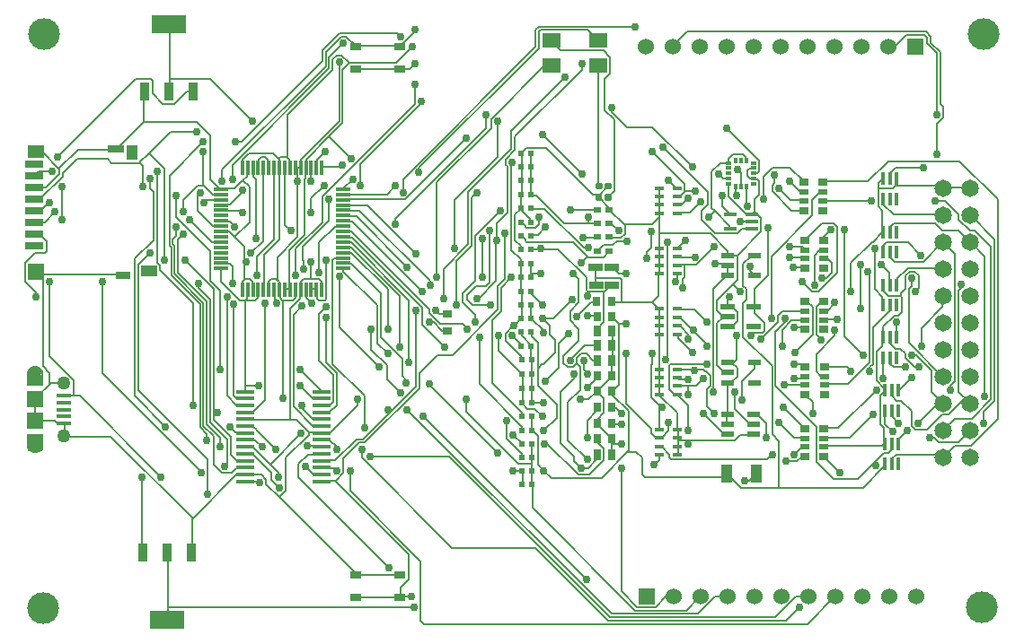
<source format=gbr>
G04 EAGLE Gerber RS-274X export*
G75*
%MOMM*%
%FSLAX34Y34*%
%LPD*%
%INTop Copper*%
%IPPOS*%
%AMOC8*
5,1,8,0,0,1.08239X$1,22.5*%
G01*
%ADD10R,0.600000X0.300000*%
%ADD11R,0.300000X0.600000*%
%ADD12R,0.750000X0.940000*%
%ADD13R,0.600000X0.620000*%
%ADD14R,0.990000X1.780000*%
%ADD15R,0.780000X0.980000*%
%ADD16R,1.350000X0.700000*%
%ADD17R,1.200000X0.600000*%
%ADD18R,0.400000X1.200000*%
%ADD19R,1.475000X0.300000*%
%ADD20R,0.300000X1.475000*%
%ADD21R,1.250000X0.600000*%
%ADD22R,1.168400X0.355600*%
%ADD23C,1.650000*%
%ADD24R,0.950000X0.800000*%
%ADD25R,1.400000X0.600000*%
%ADD26R,0.950000X0.550000*%
%ADD27R,0.750000X0.600000*%
%ADD28R,1.050000X0.650000*%
%ADD29R,1.676400X0.431800*%
%ADD30R,1.800000X1.400000*%
%ADD31R,0.950000X1.750000*%
%ADD32R,3.200000X1.750000*%
%ADD33R,0.950000X0.400000*%
%ADD34C,0.317500*%
%ADD35R,1.524000X1.524000*%
%ADD36C,1.524000*%
%ADD37R,1.750000X0.700000*%
%ADD38R,1.550000X1.000000*%
%ADD39R,1.000000X1.450000*%
%ADD40R,1.500000X1.500000*%
%ADD41R,1.500000X1.300000*%
%ADD42R,1.400000X0.800000*%
%ADD43R,1.500000X0.800000*%
%ADD44R,1.350000X0.400000*%
%ADD45C,1.270000*%
%ADD46R,1.550000X1.500000*%
%ADD47C,0.152400*%
%ADD48C,0.756400*%
%ADD49C,3.000000*%

G36*
X28442Y240423D02*
X28442Y240423D01*
X28441Y240424D01*
X28442Y240424D01*
X28442Y240474D01*
X28438Y240478D01*
X28392Y240478D01*
X28392Y252424D01*
X28266Y253537D01*
X28266Y253538D01*
X27896Y254595D01*
X27896Y254596D01*
X27300Y255544D01*
X26508Y256336D01*
X26507Y256336D01*
X26507Y256337D01*
X25559Y256932D01*
X25558Y256933D01*
X24502Y257303D01*
X24501Y257302D01*
X24501Y257303D01*
X23388Y257428D01*
X17888Y257428D01*
X17887Y257428D01*
X16777Y257306D01*
X16776Y257305D01*
X16776Y257306D01*
X15721Y256940D01*
X15721Y256939D01*
X15720Y256939D01*
X14773Y256347D01*
X14772Y256347D01*
X13980Y255559D01*
X13980Y255558D01*
X13383Y254614D01*
X13383Y254613D01*
X13011Y253560D01*
X13012Y253559D01*
X13011Y253559D01*
X13011Y253557D01*
X13010Y253553D01*
X13009Y253544D01*
X13009Y253540D01*
X13008Y253532D01*
X13007Y253527D01*
X13007Y253519D01*
X13006Y253519D01*
X13007Y253519D01*
X13006Y253515D01*
X13005Y253506D01*
X13005Y253502D01*
X13004Y253493D01*
X13003Y253489D01*
X13002Y253481D01*
X13002Y253476D01*
X13001Y253468D01*
X13000Y253464D01*
X12999Y253455D01*
X12999Y253451D01*
X12998Y253442D01*
X12997Y253438D01*
X12996Y253430D01*
X12996Y253425D01*
X12995Y253417D01*
X12994Y253413D01*
X12993Y253404D01*
X12993Y253400D01*
X12992Y253391D01*
X12991Y253387D01*
X12990Y253379D01*
X12990Y253374D01*
X12989Y253366D01*
X12988Y253362D01*
X12987Y253353D01*
X12987Y253349D01*
X12986Y253340D01*
X12985Y253336D01*
X12984Y253328D01*
X12984Y253323D01*
X12983Y253315D01*
X12983Y253311D01*
X12982Y253311D01*
X12983Y253311D01*
X12981Y253298D01*
X12980Y253285D01*
X12978Y253272D01*
X12977Y253260D01*
X12976Y253255D01*
X12975Y253247D01*
X12975Y253243D01*
X12974Y253234D01*
X12973Y253230D01*
X12972Y253221D01*
X12972Y253217D01*
X12971Y253209D01*
X12970Y253204D01*
X12969Y253196D01*
X12969Y253192D01*
X12968Y253183D01*
X12967Y253179D01*
X12966Y253170D01*
X12966Y253166D01*
X12965Y253158D01*
X12964Y253153D01*
X12963Y253145D01*
X12963Y253141D01*
X12962Y253132D01*
X12961Y253128D01*
X12960Y253119D01*
X12960Y253115D01*
X12959Y253107D01*
X12959Y253102D01*
X12958Y253102D01*
X12959Y253102D01*
X12958Y253094D01*
X12957Y253090D01*
X12956Y253081D01*
X12956Y253077D01*
X12955Y253068D01*
X12954Y253064D01*
X12953Y253056D01*
X12953Y253051D01*
X12952Y253043D01*
X12951Y253039D01*
X12950Y253030D01*
X12950Y253026D01*
X12949Y253017D01*
X12948Y253013D01*
X12947Y253005D01*
X12947Y253000D01*
X12946Y252992D01*
X12945Y252988D01*
X12944Y252979D01*
X12944Y252975D01*
X12942Y252962D01*
X12941Y252949D01*
X12939Y252937D01*
X12938Y252924D01*
X12936Y252911D01*
X12936Y252907D01*
X12935Y252898D01*
X12935Y252894D01*
X12934Y252894D01*
X12935Y252894D01*
X12934Y252886D01*
X12933Y252881D01*
X12932Y252873D01*
X12932Y252869D01*
X12931Y252860D01*
X12930Y252856D01*
X12929Y252847D01*
X12929Y252843D01*
X12928Y252835D01*
X12927Y252830D01*
X12926Y252822D01*
X12926Y252818D01*
X12925Y252809D01*
X12924Y252805D01*
X12923Y252796D01*
X12923Y252792D01*
X12922Y252784D01*
X12921Y252779D01*
X12920Y252771D01*
X12920Y252767D01*
X12919Y252758D01*
X12918Y252754D01*
X12917Y252745D01*
X12917Y252741D01*
X12916Y252733D01*
X12915Y252728D01*
X12914Y252720D01*
X12914Y252716D01*
X12913Y252707D01*
X12912Y252703D01*
X12912Y252694D01*
X12911Y252694D01*
X12912Y252694D01*
X12911Y252690D01*
X12910Y252682D01*
X12910Y252677D01*
X12909Y252669D01*
X12908Y252665D01*
X12907Y252656D01*
X12907Y252652D01*
X12906Y252643D01*
X12905Y252639D01*
X12904Y252631D01*
X12904Y252626D01*
X12902Y252614D01*
X12901Y252601D01*
X12899Y252588D01*
X12898Y252575D01*
X12896Y252563D01*
X12896Y252558D01*
X12895Y252550D01*
X12894Y252546D01*
X12893Y252537D01*
X12893Y252533D01*
X12892Y252524D01*
X12891Y252520D01*
X12890Y252512D01*
X12890Y252507D01*
X12889Y252499D01*
X12888Y252495D01*
X12888Y252486D01*
X12887Y252486D01*
X12888Y252486D01*
X12887Y252482D01*
X12886Y252473D01*
X12886Y252469D01*
X12885Y252461D01*
X12884Y252456D01*
X12883Y252450D01*
X12887Y252445D01*
X12888Y252445D01*
X14888Y252445D01*
X14892Y252448D01*
X14893Y252459D01*
X14893Y252460D01*
X14894Y252468D01*
X14896Y252481D01*
X14897Y252489D01*
X14899Y252502D01*
X14902Y252523D01*
X14905Y252544D01*
X14905Y252545D01*
X14908Y252566D01*
X14911Y252587D01*
X14912Y252600D01*
X14914Y252608D01*
X14915Y252621D01*
X14916Y252629D01*
X14917Y252629D01*
X14916Y252630D01*
X14918Y252642D01*
X14919Y252651D01*
X14921Y252663D01*
X14921Y252664D01*
X14922Y252672D01*
X14924Y252685D01*
X14925Y252693D01*
X14927Y252706D01*
X14928Y252714D01*
X14928Y252715D01*
X14930Y252727D01*
X14931Y252736D01*
X14933Y252748D01*
X14933Y252749D01*
X14934Y252757D01*
X14936Y252770D01*
X14937Y252778D01*
X14939Y252791D01*
X14940Y252799D01*
X14940Y252800D01*
X14941Y252812D01*
X14942Y252812D01*
X14941Y252812D01*
X14943Y252821D01*
X14944Y252833D01*
X14944Y252834D01*
X14946Y252842D01*
X14947Y252855D01*
X14948Y252863D01*
X14950Y252876D01*
X14951Y252884D01*
X14951Y252885D01*
X14953Y252897D01*
X14954Y252906D01*
X14956Y252918D01*
X14956Y252919D01*
X14957Y252927D01*
X14959Y252940D01*
X14962Y252961D01*
X14965Y252982D01*
X14968Y253003D01*
X14968Y253004D01*
X14971Y253025D01*
X14972Y253037D01*
X14972Y253038D01*
X14973Y253046D01*
X14975Y253059D01*
X14976Y253067D01*
X14978Y253080D01*
X14979Y253088D01*
X14979Y253089D01*
X14980Y253091D01*
X15231Y253689D01*
X15628Y254201D01*
X16144Y254593D01*
X16744Y254838D01*
X17388Y254920D01*
X23887Y254920D01*
X24533Y254835D01*
X25135Y254585D01*
X25652Y254189D01*
X26049Y253672D01*
X26298Y253070D01*
X26383Y252424D01*
X26382Y252414D01*
X26381Y252410D01*
X26381Y252405D01*
X26380Y252401D01*
X26376Y252371D01*
X26376Y252367D01*
X26375Y252363D01*
X26375Y252359D01*
X26370Y252325D01*
X26370Y252320D01*
X26369Y252316D01*
X26368Y252312D01*
X26365Y252282D01*
X26364Y252278D01*
X26363Y252274D01*
X26363Y252269D01*
X26358Y252235D01*
X26358Y252231D01*
X26357Y252227D01*
X26357Y252223D01*
X26353Y252193D01*
X26352Y252189D01*
X26352Y252184D01*
X26351Y252180D01*
X26347Y252146D01*
X26346Y252142D01*
X26346Y252138D01*
X26345Y252138D01*
X26346Y252138D01*
X26345Y252133D01*
X26341Y252104D01*
X26340Y252099D01*
X26340Y252095D01*
X26339Y252091D01*
X26335Y252057D01*
X26334Y252053D01*
X26334Y252048D01*
X26333Y252044D01*
X26329Y252014D01*
X26329Y252010D01*
X26328Y252006D01*
X26328Y252002D01*
X26323Y251968D01*
X26323Y251963D01*
X26322Y251959D01*
X26321Y251955D01*
X26318Y251925D01*
X26317Y251921D01*
X26316Y251917D01*
X26316Y251912D01*
X26311Y251878D01*
X26311Y251874D01*
X26310Y251870D01*
X26310Y251866D01*
X26306Y251836D01*
X26305Y251832D01*
X26305Y251827D01*
X26304Y251823D01*
X26300Y251789D01*
X26299Y251785D01*
X26299Y251781D01*
X26298Y251781D01*
X26299Y251781D01*
X26298Y251778D01*
X26049Y251176D01*
X25652Y250659D01*
X25135Y250263D01*
X24533Y250013D01*
X23887Y249928D01*
X17388Y249928D01*
X16744Y250010D01*
X16144Y250255D01*
X15628Y250647D01*
X15231Y251159D01*
X14980Y251757D01*
X14892Y252400D01*
X14888Y252403D01*
X12888Y252403D01*
X12883Y252400D01*
X12884Y252399D01*
X12883Y252399D01*
X12883Y240424D01*
X12887Y240420D01*
X12888Y240420D01*
X28438Y240420D01*
X28442Y240423D01*
G37*
G36*
X23388Y177420D02*
X23388Y177420D01*
X24498Y177542D01*
X24499Y177543D01*
X24499Y177542D01*
X25554Y177909D01*
X25555Y177909D01*
X26502Y178501D01*
X26503Y178501D01*
X27295Y179289D01*
X27295Y179290D01*
X27892Y180234D01*
X27892Y180235D01*
X28264Y181288D01*
X28263Y181289D01*
X28264Y181289D01*
X28264Y181291D01*
X28265Y181295D01*
X28266Y181304D01*
X28266Y181308D01*
X28267Y181316D01*
X28267Y181317D01*
X28268Y181321D01*
X28269Y181329D01*
X28269Y181333D01*
X28269Y181334D01*
X28270Y181342D01*
X28270Y181346D01*
X28271Y181346D01*
X28270Y181346D01*
X28271Y181355D01*
X28272Y181359D01*
X28273Y181367D01*
X28273Y181368D01*
X28273Y181372D01*
X28274Y181380D01*
X28275Y181384D01*
X28275Y181385D01*
X28276Y181393D01*
X28276Y181397D01*
X28277Y181406D01*
X28278Y181410D01*
X28279Y181418D01*
X28279Y181419D01*
X28279Y181423D01*
X28280Y181431D01*
X28281Y181435D01*
X28281Y181436D01*
X28282Y181444D01*
X28282Y181448D01*
X28283Y181457D01*
X28284Y181461D01*
X28285Y181469D01*
X28285Y181470D01*
X28285Y181474D01*
X28286Y181482D01*
X28287Y181486D01*
X28287Y181487D01*
X28288Y181495D01*
X28288Y181499D01*
X28289Y181508D01*
X28290Y181512D01*
X28291Y181520D01*
X28291Y181521D01*
X28291Y181525D01*
X28292Y181533D01*
X28293Y181537D01*
X28293Y181538D01*
X28294Y181550D01*
X28295Y181563D01*
X28297Y181576D01*
X28298Y181588D01*
X28298Y181589D01*
X28299Y181593D01*
X28300Y181601D01*
X28300Y181605D01*
X28300Y181606D01*
X28301Y181614D01*
X28302Y181618D01*
X28303Y181627D01*
X28303Y181631D01*
X28304Y181639D01*
X28304Y181640D01*
X28305Y181644D01*
X28306Y181652D01*
X28306Y181656D01*
X28306Y181657D01*
X28307Y181665D01*
X28308Y181669D01*
X28309Y181678D01*
X28309Y181682D01*
X28310Y181690D01*
X28310Y181691D01*
X28311Y181695D01*
X28312Y181703D01*
X28312Y181707D01*
X28312Y181708D01*
X28313Y181716D01*
X28314Y181720D01*
X28315Y181729D01*
X28315Y181733D01*
X28316Y181741D01*
X28316Y181742D01*
X28317Y181746D01*
X28317Y181754D01*
X28318Y181754D01*
X28317Y181754D01*
X28318Y181758D01*
X28318Y181759D01*
X28319Y181767D01*
X28319Y181771D01*
X28320Y181780D01*
X28321Y181784D01*
X28322Y181792D01*
X28322Y181793D01*
X28322Y181797D01*
X28323Y181805D01*
X28324Y181809D01*
X28324Y181810D01*
X28325Y181818D01*
X28325Y181822D01*
X28326Y181831D01*
X28327Y181835D01*
X28328Y181843D01*
X28328Y181844D01*
X28328Y181848D01*
X28329Y181856D01*
X28330Y181860D01*
X28330Y181861D01*
X28331Y181869D01*
X28331Y181873D01*
X28333Y181886D01*
X28334Y181899D01*
X28336Y181911D01*
X28336Y181912D01*
X28337Y181924D01*
X28339Y181937D01*
X28339Y181941D01*
X28340Y181950D01*
X28341Y181954D01*
X28341Y181962D01*
X28342Y181962D01*
X28341Y181963D01*
X28342Y181967D01*
X28343Y181975D01*
X28343Y181979D01*
X28343Y181980D01*
X28344Y181988D01*
X28345Y181992D01*
X28346Y182001D01*
X28346Y182005D01*
X28347Y182013D01*
X28347Y182014D01*
X28348Y182018D01*
X28349Y182026D01*
X28349Y182030D01*
X28349Y182031D01*
X28350Y182039D01*
X28351Y182043D01*
X28352Y182052D01*
X28352Y182056D01*
X28353Y182064D01*
X28353Y182065D01*
X28354Y182069D01*
X28355Y182077D01*
X28355Y182081D01*
X28355Y182082D01*
X28356Y182090D01*
X28357Y182094D01*
X28358Y182103D01*
X28358Y182107D01*
X28359Y182115D01*
X28359Y182116D01*
X28360Y182120D01*
X28361Y182128D01*
X28361Y182132D01*
X28361Y182133D01*
X28362Y182141D01*
X28363Y182145D01*
X28364Y182154D01*
X28364Y182158D01*
X28365Y182166D01*
X28365Y182167D01*
X28365Y182171D01*
X28366Y182171D01*
X28365Y182171D01*
X28366Y182179D01*
X28367Y182183D01*
X28367Y182184D01*
X28368Y182192D01*
X28368Y182196D01*
X28369Y182205D01*
X28370Y182209D01*
X28371Y182217D01*
X28371Y182218D01*
X28371Y182222D01*
X28373Y182234D01*
X28373Y182235D01*
X28374Y182247D01*
X28376Y182260D01*
X28377Y182273D01*
X28379Y182285D01*
X28379Y182286D01*
X28379Y182290D01*
X28380Y182298D01*
X28381Y182302D01*
X28381Y182303D01*
X28382Y182311D01*
X28382Y182315D01*
X28383Y182324D01*
X28384Y182328D01*
X28385Y182336D01*
X28385Y182337D01*
X28385Y182341D01*
X28386Y182349D01*
X28387Y182353D01*
X28387Y182354D01*
X28388Y182362D01*
X28388Y182366D01*
X28389Y182375D01*
X28389Y182379D01*
X28390Y182379D01*
X28389Y182379D01*
X28390Y182387D01*
X28390Y182388D01*
X28391Y182392D01*
X28392Y182399D01*
X28389Y182403D01*
X28388Y182403D01*
X26388Y182403D01*
X26383Y182400D01*
X26382Y182389D01*
X26381Y182380D01*
X26379Y182367D01*
X26378Y182359D01*
X26376Y182346D01*
X26373Y182325D01*
X26370Y182304D01*
X26367Y182282D01*
X26364Y182261D01*
X26363Y182248D01*
X26361Y182240D01*
X26360Y182227D01*
X26359Y182219D01*
X26357Y182206D01*
X26356Y182197D01*
X26354Y182185D01*
X26353Y182176D01*
X26351Y182163D01*
X26350Y182155D01*
X26348Y182142D01*
X26347Y182134D01*
X26345Y182121D01*
X26344Y182112D01*
X26342Y182100D01*
X26341Y182091D01*
X26339Y182078D01*
X26338Y182070D01*
X26336Y182057D01*
X26335Y182049D01*
X26334Y182036D01*
X26332Y182027D01*
X26331Y182015D01*
X26329Y182006D01*
X26328Y181993D01*
X26327Y181985D01*
X26325Y181972D01*
X26324Y181964D01*
X26322Y181951D01*
X26321Y181942D01*
X26319Y181930D01*
X26318Y181921D01*
X26316Y181908D01*
X26313Y181887D01*
X26310Y181866D01*
X26307Y181845D01*
X26304Y181823D01*
X26303Y181811D01*
X26302Y181802D01*
X26300Y181789D01*
X26299Y181781D01*
X26297Y181768D01*
X26296Y181760D01*
X26295Y181757D01*
X26044Y181159D01*
X25647Y180647D01*
X25131Y180255D01*
X24531Y180010D01*
X23887Y179928D01*
X17388Y179928D01*
X16742Y180013D01*
X16140Y180263D01*
X15623Y180659D01*
X15226Y181176D01*
X14977Y181778D01*
X14892Y182424D01*
X14893Y182434D01*
X14894Y182438D01*
X14894Y182439D01*
X14894Y182443D01*
X14895Y182447D01*
X14899Y182477D01*
X14899Y182481D01*
X14900Y182485D01*
X14900Y182489D01*
X14900Y182490D01*
X14905Y182523D01*
X14905Y182524D01*
X14905Y182528D01*
X14906Y182532D01*
X14907Y182536D01*
X14910Y182566D01*
X14911Y182566D01*
X14911Y182570D01*
X14912Y182574D01*
X14912Y182575D01*
X14912Y182579D01*
X14917Y182613D01*
X14917Y182617D01*
X14918Y182621D01*
X14918Y182625D01*
X14918Y182626D01*
X14922Y182655D01*
X14923Y182659D01*
X14923Y182660D01*
X14923Y182664D01*
X14924Y182668D01*
X14928Y182702D01*
X14929Y182706D01*
X14930Y182710D01*
X14930Y182711D01*
X14930Y182715D01*
X14934Y182744D01*
X14934Y182745D01*
X14935Y182749D01*
X14935Y182753D01*
X14936Y182757D01*
X14940Y182791D01*
X14941Y182795D01*
X14941Y182796D01*
X14941Y182800D01*
X14942Y182804D01*
X14946Y182834D01*
X14946Y182838D01*
X14947Y182842D01*
X14947Y182846D01*
X14947Y182847D01*
X14952Y182880D01*
X14952Y182881D01*
X14952Y182885D01*
X14953Y182889D01*
X14954Y182893D01*
X14957Y182923D01*
X14958Y182923D01*
X14958Y182927D01*
X14959Y182931D01*
X14959Y182932D01*
X14959Y182936D01*
X14964Y182970D01*
X14964Y182974D01*
X14965Y182978D01*
X14965Y182982D01*
X14965Y182983D01*
X14969Y183012D01*
X14970Y183016D01*
X14970Y183017D01*
X14970Y183021D01*
X14971Y183025D01*
X14975Y183059D01*
X14976Y183063D01*
X14977Y183067D01*
X14977Y183068D01*
X14977Y183070D01*
X15226Y183672D01*
X15623Y184189D01*
X16140Y184585D01*
X16742Y184835D01*
X17388Y184920D01*
X23887Y184920D01*
X24531Y184838D01*
X25131Y184593D01*
X25647Y184201D01*
X26044Y183689D01*
X26295Y183091D01*
X26383Y182448D01*
X26387Y182445D01*
X26388Y182445D01*
X28388Y182445D01*
X28392Y182448D01*
X28391Y182449D01*
X28392Y182449D01*
X28392Y194424D01*
X28388Y194428D01*
X12838Y194428D01*
X12833Y194425D01*
X12834Y194424D01*
X12833Y194424D01*
X12833Y194374D01*
X12837Y194370D01*
X12838Y194370D01*
X12883Y194370D01*
X12883Y182424D01*
X13009Y181311D01*
X13009Y181310D01*
X13379Y180253D01*
X13379Y180252D01*
X13975Y179304D01*
X14767Y178512D01*
X14768Y178512D01*
X14768Y178511D01*
X15716Y177916D01*
X15717Y177915D01*
X16774Y177545D01*
X16774Y177546D01*
X16774Y177545D01*
X17887Y177420D01*
X17888Y177420D01*
X23388Y177420D01*
X23388Y177420D01*
G37*
D10*
X673773Y450479D03*
X673773Y445479D03*
X673773Y440479D03*
X673773Y435479D03*
X673773Y430479D03*
D11*
X680773Y428479D03*
X685773Y428479D03*
X690773Y428479D03*
D10*
X697773Y430479D03*
X697773Y435479D03*
X697773Y440479D03*
X697773Y445479D03*
X697773Y450479D03*
D11*
X690773Y452479D03*
X685773Y452479D03*
X680773Y452479D03*
D12*
X550264Y219680D03*
X564264Y219680D03*
D13*
X478604Y368895D03*
X487804Y368895D03*
X478720Y446448D03*
X487920Y446448D03*
X478539Y420487D03*
X487739Y420487D03*
X478852Y316056D03*
X488052Y316056D03*
X488720Y237240D03*
X479520Y237240D03*
X488703Y224178D03*
X479503Y224178D03*
D12*
X550236Y249337D03*
X564236Y249337D03*
D13*
X478747Y459306D03*
X487947Y459306D03*
X487796Y342206D03*
X478596Y342206D03*
D12*
X550069Y305515D03*
X564069Y305515D03*
D13*
X487942Y329193D03*
X478742Y329193D03*
D14*
X672331Y157265D03*
X700331Y157265D03*
D13*
X487849Y407641D03*
X478649Y407641D03*
X487712Y381783D03*
X478512Y381783D03*
D12*
X550185Y189782D03*
X564185Y189782D03*
D13*
X478657Y433672D03*
X487857Y433672D03*
D12*
X564056Y319697D03*
X550056Y319697D03*
D15*
X564140Y277949D03*
X550140Y277949D03*
X564140Y291949D03*
X550140Y291949D03*
D16*
X564310Y335364D03*
X549310Y335364D03*
D13*
X478536Y394570D03*
X487736Y394570D03*
D15*
X564244Y175273D03*
X550244Y175273D03*
X564140Y263849D03*
X550140Y263849D03*
D16*
X564110Y351864D03*
X549110Y351864D03*
D13*
X479170Y264327D03*
X488370Y264327D03*
D12*
X564213Y234909D03*
X550213Y234909D03*
D13*
X488071Y290563D03*
X478871Y290563D03*
X478868Y277413D03*
X488068Y277413D03*
D12*
X564390Y204477D03*
X550390Y204477D03*
D17*
X697831Y194265D03*
X697831Y203765D03*
X697831Y213265D03*
X672831Y213265D03*
X672831Y203765D03*
X672831Y194265D03*
D18*
X834447Y185148D03*
X827947Y185148D03*
X821447Y185148D03*
X821447Y166148D03*
X827947Y166148D03*
X834447Y166148D03*
D19*
X310665Y350724D03*
X310665Y355724D03*
X310665Y360724D03*
X310665Y365724D03*
X310665Y370724D03*
X310665Y375724D03*
X310665Y380724D03*
X310665Y385724D03*
X310665Y390724D03*
X310665Y395724D03*
X310665Y400724D03*
X310665Y405724D03*
X310665Y410724D03*
X310665Y415724D03*
X310665Y420724D03*
X310665Y425724D03*
D20*
X290785Y445604D03*
X285785Y445604D03*
X280785Y445604D03*
X275785Y445604D03*
X270785Y445604D03*
X265785Y445604D03*
X260785Y445604D03*
X255785Y445604D03*
X250785Y445604D03*
X245785Y445604D03*
X240785Y445604D03*
X235785Y445604D03*
X230785Y445604D03*
X225785Y445604D03*
X220785Y445604D03*
X215785Y445604D03*
D19*
X195905Y425724D03*
X195905Y420724D03*
X195905Y415724D03*
X195905Y410724D03*
X195905Y405724D03*
X195905Y400724D03*
X195905Y395724D03*
X195905Y390724D03*
X195905Y385724D03*
X195905Y380724D03*
X195905Y375724D03*
X195905Y370724D03*
X195905Y365724D03*
X195905Y360724D03*
X195905Y355724D03*
X195905Y350724D03*
D20*
X215785Y330844D03*
X220785Y330844D03*
X225785Y330844D03*
X230785Y330844D03*
X235785Y330844D03*
X240785Y330844D03*
X245785Y330844D03*
X250785Y330844D03*
X255785Y330844D03*
X260785Y330844D03*
X265785Y330844D03*
X270785Y330844D03*
X275785Y330844D03*
X280785Y330844D03*
X285785Y330844D03*
X290785Y330844D03*
D17*
X673531Y363065D03*
X673531Y353565D03*
X673531Y344065D03*
X698531Y344065D03*
X698531Y363065D03*
D21*
X673431Y262065D03*
X673431Y252565D03*
X673431Y243065D03*
X698431Y243065D03*
X698431Y262065D03*
D18*
X832761Y335148D03*
X826261Y335148D03*
X819761Y335148D03*
X819761Y316148D03*
X826261Y316148D03*
X832761Y316148D03*
X832761Y385248D03*
X826261Y385248D03*
X819761Y385248D03*
X819761Y366248D03*
X826261Y366248D03*
X832761Y366248D03*
X832761Y435348D03*
X826261Y435348D03*
X819761Y435348D03*
X819761Y416348D03*
X826261Y416348D03*
X832761Y416348D03*
D22*
X696465Y388622D03*
X696465Y395226D03*
X696465Y401830D03*
X675637Y401830D03*
X675637Y388622D03*
D18*
X832761Y285448D03*
X826261Y285448D03*
X819761Y285448D03*
X819761Y266448D03*
X826261Y266448D03*
X832761Y266448D03*
X834413Y235736D03*
X827913Y235736D03*
X821413Y235736D03*
X821413Y216736D03*
X827913Y216736D03*
X834413Y216736D03*
D23*
X901947Y401162D03*
X901947Y426562D03*
X876547Y426562D03*
X876547Y401162D03*
X901947Y375762D03*
X876547Y375762D03*
X901947Y350362D03*
X876547Y350362D03*
X901947Y324962D03*
X876547Y324962D03*
X901947Y299562D03*
X876547Y299562D03*
X901947Y274162D03*
X876547Y274162D03*
X901947Y248762D03*
X876547Y248762D03*
X901947Y223362D03*
X876547Y223362D03*
X901947Y197962D03*
X876547Y197962D03*
X901947Y172562D03*
X876547Y172562D03*
D24*
X408759Y292000D03*
X408759Y308000D03*
D25*
X673031Y314765D03*
X673031Y305265D03*
X673031Y295765D03*
X698031Y295765D03*
X698031Y314765D03*
D24*
X764257Y173185D03*
D26*
X764257Y182435D03*
X764257Y190435D03*
D24*
X764257Y199685D03*
X746257Y199685D03*
D26*
X746257Y190435D03*
X746257Y182435D03*
D24*
X746257Y173185D03*
X764420Y231692D03*
D26*
X764420Y240942D03*
X764420Y248942D03*
D24*
X764420Y258192D03*
X746420Y258192D03*
D26*
X746420Y248942D03*
X746420Y240942D03*
D24*
X746420Y231692D03*
X764211Y293094D03*
D26*
X764211Y302344D03*
X764211Y310344D03*
D24*
X764211Y319594D03*
X746211Y319594D03*
D26*
X746211Y310344D03*
X746211Y302344D03*
D24*
X746211Y293094D03*
X763684Y351073D03*
D26*
X763684Y360323D03*
X763684Y368323D03*
D24*
X763684Y377573D03*
X745684Y377573D03*
D26*
X745684Y368323D03*
X745684Y360323D03*
D24*
X745684Y351073D03*
X763211Y405553D03*
D26*
X763211Y414803D03*
X763211Y422803D03*
D24*
X763211Y432053D03*
X745211Y432053D03*
D26*
X745211Y422803D03*
X745211Y414803D03*
D24*
X745211Y405553D03*
D27*
X550783Y367403D03*
X561783Y367403D03*
X561737Y393211D03*
X550737Y393211D03*
X561712Y380337D03*
X550712Y380337D03*
X561685Y405971D03*
X550685Y405971D03*
D28*
X322971Y61592D03*
X364471Y61592D03*
X322971Y40092D03*
X364471Y40092D03*
X323061Y560489D03*
X364561Y560489D03*
X323061Y538989D03*
X364561Y538989D03*
D29*
X290554Y149923D03*
X290554Y156423D03*
X290554Y162923D03*
X290554Y169423D03*
X290554Y175923D03*
X290554Y182423D03*
X290554Y188923D03*
X290554Y195423D03*
X290554Y201923D03*
X290554Y208423D03*
X290554Y214923D03*
X290554Y221423D03*
X290554Y227923D03*
X290554Y234423D03*
X218207Y234423D03*
X218207Y227923D03*
X218207Y221423D03*
X218207Y214923D03*
X218207Y208423D03*
X218207Y201923D03*
X218207Y195423D03*
X218207Y188923D03*
X218207Y182423D03*
X218207Y175923D03*
X218207Y169423D03*
X218207Y162923D03*
X218207Y156423D03*
X218207Y149923D03*
D30*
X550981Y566232D03*
X506981Y566232D03*
X506981Y542232D03*
X550981Y542232D03*
D31*
X168071Y82516D03*
X145071Y82516D03*
X122071Y82516D03*
D32*
X145071Y19516D03*
D31*
X123697Y517996D03*
X146697Y517996D03*
X169697Y517996D03*
D32*
X146697Y580996D03*
D13*
X488839Y185358D03*
X479639Y185358D03*
X488649Y250740D03*
X479449Y250740D03*
X478906Y303205D03*
X488106Y303205D03*
X488903Y172295D03*
X479703Y172295D03*
X479703Y159319D03*
X488903Y159319D03*
X479766Y146588D03*
X488966Y146588D03*
X488903Y198207D03*
X479703Y198207D03*
X488712Y211120D03*
X479512Y211120D03*
X487760Y355671D03*
X478560Y355671D03*
D33*
X608690Y255748D03*
X608690Y247748D03*
X608690Y239748D03*
X608690Y231748D03*
X625690Y231748D03*
X625690Y239748D03*
X625690Y247748D03*
X625690Y255748D03*
X625690Y174748D03*
X625690Y182748D03*
X625690Y190748D03*
X625690Y198748D03*
X608690Y198748D03*
X608690Y190748D03*
X608690Y182748D03*
X608690Y174748D03*
X608690Y312748D03*
X608690Y304748D03*
X608690Y296748D03*
X608690Y288748D03*
X625690Y288748D03*
X625690Y296748D03*
X625690Y304748D03*
X625690Y312748D03*
X608690Y369748D03*
X608690Y361748D03*
X608690Y353748D03*
X608690Y345748D03*
X625690Y345748D03*
X625690Y353748D03*
X625690Y361748D03*
X625690Y369748D03*
X608690Y426748D03*
X608690Y418748D03*
X608690Y410748D03*
X608690Y402748D03*
X625690Y402748D03*
X625690Y410748D03*
X625690Y418748D03*
X625690Y426748D03*
D34*
X562357Y430150D02*
X559181Y430150D01*
X562357Y430150D02*
X562357Y426974D01*
X559181Y426974D01*
X559181Y430150D01*
X559181Y429990D02*
X562357Y429990D01*
X553467Y430150D02*
X550291Y430150D01*
X553467Y430150D02*
X553467Y426974D01*
X550291Y426974D01*
X550291Y430150D01*
X550291Y429990D02*
X553467Y429990D01*
X553340Y416560D02*
X550164Y416560D01*
X550164Y419736D01*
X553340Y419736D01*
X553340Y416560D01*
X553340Y419576D02*
X550164Y419576D01*
X559054Y416560D02*
X562230Y416560D01*
X559054Y416560D02*
X559054Y419736D01*
X562230Y419736D01*
X562230Y416560D01*
X562230Y419576D02*
X559054Y419576D01*
D35*
X596964Y41275D03*
D36*
X622364Y41275D03*
X647764Y41275D03*
X673164Y41275D03*
X698564Y41275D03*
X723964Y41275D03*
X749364Y41275D03*
X774764Y41275D03*
X800164Y41275D03*
X825564Y41275D03*
X850964Y41275D03*
D35*
X850011Y560515D03*
D36*
X824611Y560515D03*
X799211Y560515D03*
X773811Y560515D03*
X748411Y560515D03*
X723011Y560515D03*
X697611Y560515D03*
X672211Y560515D03*
X646811Y560515D03*
X621411Y560515D03*
X596011Y560515D03*
D37*
X19825Y371924D03*
X19825Y382924D03*
X19825Y393924D03*
X19825Y404924D03*
X19825Y415924D03*
X19825Y426924D03*
X19825Y437924D03*
X19825Y448924D03*
D38*
X127825Y348174D03*
D39*
X112075Y460174D03*
D40*
X21075Y347424D03*
D41*
X21075Y460924D03*
D42*
X103575Y344174D03*
D43*
X97075Y463424D03*
D44*
X47638Y230424D03*
X47638Y223924D03*
X47638Y217424D03*
X47638Y210924D03*
X47638Y204424D03*
D45*
X47638Y242424D03*
X47638Y192424D03*
X20638Y252424D03*
D46*
X20638Y227424D03*
X20638Y207424D03*
D45*
X20638Y182424D03*
D47*
X549600Y247200D02*
X549600Y248800D01*
X549600Y247200D02*
X540800Y238400D01*
X680000Y234400D02*
X680000Y218400D01*
X694400Y204000D01*
X697600Y204000D01*
X550236Y249337D02*
X549600Y248800D01*
X697600Y204000D02*
X697831Y203765D01*
X500800Y407200D02*
X488000Y407200D01*
X500800Y407200D02*
X537600Y370400D01*
X541600Y370400D01*
X661600Y355200D02*
X671200Y355200D01*
X672800Y353600D01*
X488000Y407200D02*
X487849Y407641D01*
X672800Y353600D02*
X673531Y353565D01*
X673600Y352800D02*
X673600Y344800D01*
X673531Y344065D01*
X673600Y352800D02*
X673531Y353565D01*
X660000Y331200D02*
X660000Y234400D01*
X660000Y331200D02*
X672800Y344000D01*
X673531Y344065D01*
D48*
X540800Y238400D03*
X680000Y234400D03*
X541600Y370400D03*
X661600Y355200D03*
X660000Y234400D03*
D47*
X568000Y219200D02*
X564800Y219200D01*
X568000Y219200D02*
X573600Y213600D01*
X650400Y213600D02*
X669600Y194400D01*
X672800Y194400D01*
X564800Y219200D02*
X564264Y219680D01*
X672800Y194400D02*
X672831Y194265D01*
D48*
X573600Y213600D03*
X650400Y213600D03*
D47*
X549600Y216000D02*
X549600Y219200D01*
X549600Y216000D02*
X540800Y207200D01*
X540800Y191200D01*
X709600Y191200D02*
X709600Y204800D01*
X701600Y212800D01*
X698400Y212800D01*
X550264Y219680D02*
X549600Y219200D01*
X697831Y213265D02*
X698400Y212800D01*
D48*
X540800Y191200D03*
X709600Y191200D03*
D47*
X196000Y338400D02*
X196000Y350400D01*
X196000Y338400D02*
X213600Y320800D01*
X218400Y320800D01*
X218800Y321200D02*
X220000Y322400D01*
X218800Y321200D02*
X218400Y320800D01*
X220000Y322400D02*
X220000Y330400D01*
X196000Y350400D02*
X195905Y350724D01*
X220000Y330400D02*
X220785Y330844D01*
X230400Y330400D02*
X230400Y323200D01*
X228000Y320800D01*
X219200Y320800D01*
X230400Y330400D02*
X230785Y330844D01*
X219200Y320800D02*
X218800Y321200D01*
X218400Y320800D02*
X218400Y240000D01*
X218400Y235200D01*
X218207Y234423D01*
X282400Y228000D02*
X290400Y228000D01*
X282400Y228000D02*
X270400Y240000D01*
X231200Y240000D02*
X218400Y240000D01*
X290400Y228000D02*
X290554Y227923D01*
X231200Y149600D02*
X218400Y149600D01*
X231200Y149600D02*
X232000Y148800D01*
X249600Y153600D02*
X249600Y158400D01*
X242000Y166000D02*
X225600Y182400D01*
X242000Y166000D02*
X249600Y158400D01*
X225600Y182400D02*
X218400Y182400D01*
X218207Y149923D02*
X218400Y149600D01*
X218400Y182400D02*
X218207Y182423D01*
X471200Y193600D02*
X479200Y185600D01*
X512000Y209780D02*
X512000Y222441D01*
X512000Y209780D02*
X499758Y197537D01*
X494400Y257239D02*
X494400Y280800D01*
X488800Y286400D01*
X488800Y290400D01*
X479200Y185600D02*
X479639Y185358D01*
X488800Y290400D02*
X488071Y290563D01*
X544800Y319200D02*
X549600Y319200D01*
X544800Y319200D02*
X531200Y305600D01*
X549600Y319200D02*
X550056Y319697D01*
X271200Y195200D02*
X242000Y166000D01*
X672800Y204000D02*
X672800Y212800D01*
X672800Y204000D02*
X672831Y203765D01*
X672800Y212800D02*
X672831Y213265D01*
X673600Y213600D02*
X673600Y242400D01*
X673431Y243065D01*
X673600Y213600D02*
X672831Y213265D01*
X673600Y261600D02*
X677600Y261600D01*
X682400Y256800D01*
X682400Y248800D01*
X676800Y243200D01*
X673600Y243200D01*
X673600Y261600D02*
X673431Y262065D01*
X673600Y243200D02*
X673431Y243065D01*
X698400Y308800D02*
X698400Y314400D01*
X698400Y308800D02*
X708000Y299200D01*
X708000Y292000D01*
X706400Y290400D01*
X698400Y290400D01*
X695200Y287200D01*
X681600Y287200D02*
X681600Y264800D01*
X678400Y261600D01*
X698400Y314400D02*
X698031Y314765D01*
X678400Y261600D02*
X673431Y262065D01*
X674400Y451200D02*
X674400Y454400D01*
X678400Y458400D01*
X688000Y458400D01*
X690400Y456000D01*
X690400Y452800D01*
X674400Y451200D02*
X673773Y450479D01*
X690400Y452800D02*
X690773Y452479D01*
X675200Y391200D02*
X675200Y388800D01*
X661200Y405200D02*
X658400Y408000D01*
X661200Y405200D02*
X675200Y391200D01*
X658400Y408000D02*
X658400Y442400D01*
X666400Y450400D01*
X673600Y450400D01*
X675200Y388800D02*
X675637Y388622D01*
X673600Y450400D02*
X673773Y450479D01*
X488000Y433600D02*
X488000Y420800D01*
X487739Y420487D01*
X488000Y433600D02*
X487857Y433672D01*
X488000Y434400D02*
X488000Y446400D01*
X487920Y446448D01*
X488000Y434400D02*
X487857Y433672D01*
X488000Y447200D02*
X488000Y459200D01*
X487947Y459306D01*
X488000Y447200D02*
X487920Y446448D01*
X519200Y393600D02*
X542400Y393600D01*
X550400Y393600D01*
X519200Y393600D02*
X492800Y420000D01*
X488000Y420000D01*
X550400Y393600D02*
X550737Y393211D01*
X488000Y420000D02*
X487739Y420487D01*
X655200Y399200D02*
X661200Y405200D01*
X542400Y399200D02*
X542400Y393600D01*
X698400Y331200D02*
X698400Y315200D01*
X698400Y331200D02*
X711200Y344000D01*
X711200Y388800D01*
X698400Y315200D02*
X698031Y314765D01*
X364000Y560800D02*
X323200Y560800D01*
X323061Y560489D01*
X364000Y560800D02*
X364561Y560489D01*
X195200Y415200D02*
X182400Y415200D01*
X180000Y412800D01*
X34400Y412800D02*
X32800Y412800D01*
X25600Y405600D01*
X20000Y405600D01*
X195200Y415200D02*
X195905Y415724D01*
X20000Y405600D02*
X19825Y404924D01*
X313600Y569600D02*
X322400Y560800D01*
X313600Y569600D02*
X308800Y569600D01*
X294400Y555200D01*
X294400Y541600D01*
X196800Y444000D01*
X196800Y432800D01*
X322400Y560800D02*
X323061Y560489D01*
X378400Y574400D02*
X378400Y576000D01*
X378400Y574400D02*
X364800Y560800D01*
X364561Y560489D01*
D48*
X270400Y240000D03*
X231200Y240000D03*
X232000Y148800D03*
X249600Y153600D03*
X471200Y193600D03*
X499758Y197537D03*
X531200Y305600D03*
X498525Y303759D03*
X271200Y195200D03*
X695200Y287200D03*
X681600Y287200D03*
X655200Y399200D03*
X542400Y399200D03*
X711200Y388800D03*
X180000Y412800D03*
X34400Y412800D03*
X196800Y432800D03*
X378400Y576000D03*
X526719Y321258D03*
D47*
X510731Y283401D02*
X510731Y271209D01*
X499990Y260468D01*
X498287Y260468D01*
X495057Y257239D01*
X494400Y257239D01*
X498525Y303759D02*
X509220Y303759D01*
X526719Y321258D01*
X494400Y257239D02*
X494400Y240041D01*
X512000Y222441D01*
X510731Y283401D02*
X505599Y288533D01*
X505599Y296685D01*
X498525Y303759D01*
X482400Y391200D02*
X479200Y394400D01*
X482400Y391200D02*
X482400Y390400D01*
X484000Y388800D01*
X492000Y388800D01*
X495784Y392584D01*
X495784Y399607D01*
X601601Y385690D02*
X601601Y370416D01*
X597130Y365945D01*
X597130Y360167D01*
X694400Y352800D02*
X694400Y348800D01*
X698400Y344800D01*
X479200Y394400D02*
X478536Y394570D01*
X698400Y344800D02*
X698531Y344065D01*
D48*
X495784Y399607D03*
X601601Y385690D03*
X597130Y360167D03*
X694400Y352800D03*
D47*
X479200Y316000D02*
X479200Y304000D01*
X478906Y303205D01*
X479200Y316000D02*
X478852Y316056D01*
X478400Y268000D02*
X478400Y264800D01*
X478400Y268000D02*
X464000Y282400D01*
X464000Y289600D01*
X470997Y296597D02*
X471353Y296953D01*
X478400Y264800D02*
X479170Y264327D01*
X479200Y316800D02*
X479200Y328800D01*
X478742Y329193D01*
X479200Y316800D02*
X478852Y316056D01*
X478400Y329600D02*
X478400Y341600D01*
X478596Y342206D01*
X478400Y329600D02*
X478742Y329193D01*
X478400Y342400D02*
X478400Y355200D01*
X478560Y355671D01*
X478400Y342400D02*
X478596Y342206D01*
X570400Y298819D02*
X570400Y240800D01*
X564800Y235200D01*
X564213Y234909D01*
X480000Y159200D02*
X480000Y147200D01*
X480000Y159200D02*
X479703Y159319D01*
X480000Y147200D02*
X479766Y146588D01*
X488800Y198400D02*
X488800Y210400D01*
X488712Y211120D01*
X488800Y198400D02*
X488903Y198207D01*
X479200Y160000D02*
X471200Y160000D01*
X494400Y192800D02*
X489600Y197600D01*
X479200Y160000D02*
X479703Y159319D01*
X489600Y197600D02*
X488903Y198207D01*
X564800Y231200D02*
X564800Y234400D01*
X564800Y231200D02*
X580000Y216000D01*
X580000Y178400D01*
X579600Y178000D02*
X554400Y152800D01*
X579600Y178000D02*
X580000Y178400D01*
X554400Y152800D02*
X506896Y152800D01*
X499696Y160000D01*
X564800Y234400D02*
X564213Y234909D01*
X471353Y296597D02*
X471353Y296953D01*
X570400Y298819D02*
X570765Y298819D01*
X577220Y298819D01*
X820800Y165600D02*
X820800Y164000D01*
X800800Y144000D01*
X721600Y144000D02*
X685600Y144000D01*
X721600Y144000D02*
X800800Y144000D01*
X685600Y144000D02*
X672800Y156800D01*
X820800Y165600D02*
X821447Y166148D01*
X672800Y156800D02*
X672331Y157265D01*
X695200Y362400D02*
X698400Y362400D01*
X695200Y362400D02*
X688000Y355200D01*
X688000Y334400D01*
X691200Y331200D01*
X691200Y321600D01*
X688000Y318400D01*
X688000Y285600D01*
X715200Y258400D01*
X715200Y194400D01*
X721600Y188000D01*
X721600Y144000D01*
X698400Y362400D02*
X698531Y363065D01*
X587200Y177600D02*
X580000Y177600D01*
X587200Y177600D02*
X592426Y172374D01*
X580000Y177600D02*
X579600Y178000D01*
X672000Y157600D02*
X672331Y157265D01*
X236000Y331200D02*
X236000Y364000D01*
X250400Y378400D01*
X250400Y445600D01*
X236000Y331200D02*
X235785Y330844D01*
X250400Y445600D02*
X250785Y445604D01*
X216000Y446400D02*
X216000Y453600D01*
X221600Y459200D01*
X244800Y459200D01*
X250000Y454000D02*
X250400Y453600D01*
X250000Y454000D02*
X244800Y459200D01*
X250400Y453600D02*
X250400Y446400D01*
X216000Y446400D02*
X215785Y445604D01*
X250400Y446400D02*
X250785Y445604D01*
X260000Y446400D02*
X260000Y453600D01*
X258000Y455600D02*
X257600Y456000D01*
X258000Y455600D02*
X260000Y453600D01*
X257600Y456000D02*
X252000Y456000D01*
X250000Y454000D01*
X260000Y446400D02*
X260785Y445604D01*
X260000Y331200D02*
X256000Y331200D01*
X255785Y330844D01*
X260000Y331200D02*
X260785Y330844D01*
X275200Y436000D02*
X275200Y445600D01*
X275200Y436000D02*
X274400Y435200D01*
X274400Y382400D01*
X260000Y368000D01*
X260000Y332000D01*
X275200Y445600D02*
X275785Y445604D01*
X260000Y332000D02*
X260785Y330844D01*
X360800Y544800D02*
X376000Y560000D01*
X360800Y544800D02*
X316800Y544800D01*
X310400Y538400D01*
X310400Y488000D01*
X297600Y475200D02*
X276000Y453600D01*
X297600Y475200D02*
X310400Y488000D01*
X276000Y453600D02*
X276000Y446400D01*
X275785Y445604D01*
X258400Y456000D02*
X258400Y496000D01*
X300800Y538400D01*
X300800Y548000D01*
X304800Y552000D01*
X309600Y552000D01*
X316800Y544800D01*
X258400Y456000D02*
X258000Y455600D01*
X478400Y359200D02*
X478400Y356000D01*
X478400Y359200D02*
X469600Y368000D01*
X469600Y450400D01*
X470400Y451200D01*
X318400Y454400D02*
X297600Y475200D01*
X478400Y356000D02*
X478560Y355671D01*
D48*
X471200Y160000D03*
X499696Y160000D03*
X471353Y296597D03*
X577220Y298819D03*
X376000Y560000D03*
X470400Y451200D03*
X318400Y454400D03*
D47*
X470997Y296597D02*
X464000Y289600D01*
X470997Y296597D02*
X471353Y296597D01*
X472654Y296953D02*
X478906Y303205D01*
X472654Y296953D02*
X471353Y296953D01*
X494400Y165296D02*
X499696Y160000D01*
X494400Y165296D02*
X494400Y192800D01*
X592426Y172374D02*
X592426Y156683D01*
X668134Y153734D02*
X672000Y157600D01*
X595376Y153734D02*
X592426Y156683D01*
X595376Y153734D02*
X668134Y153734D01*
X570765Y298819D02*
X564069Y305515D01*
X826400Y436000D02*
X826400Y440800D01*
X831200Y445600D01*
X857600Y445600D01*
X870400Y458400D02*
X870400Y487200D01*
X876800Y493600D01*
X876800Y503111D01*
X860000Y574400D02*
X635200Y574400D01*
X621600Y560800D01*
X826400Y436000D02*
X826261Y435348D01*
X621600Y560800D02*
X621411Y560515D01*
X270400Y445600D02*
X268000Y445600D01*
X266400Y445600D01*
X265785Y445604D01*
X270400Y445600D02*
X270785Y445604D01*
X280800Y445600D02*
X280800Y432800D01*
X268000Y432800D02*
X268000Y445600D01*
X280785Y445604D02*
X280800Y445600D01*
X240800Y338400D02*
X240800Y331200D01*
X240800Y338400D02*
X243200Y340800D01*
X248000Y340800D01*
X248400Y340400D02*
X250400Y338400D01*
X248400Y340400D02*
X248000Y340800D01*
X250400Y338400D02*
X250400Y331200D01*
X240800Y331200D02*
X240785Y330844D01*
X250400Y331200D02*
X250785Y330844D01*
X265600Y330400D02*
X265600Y323200D01*
X263200Y320800D01*
X254400Y320800D02*
X253600Y320800D01*
X254400Y320800D02*
X263200Y320800D01*
X253600Y320800D02*
X251200Y323200D01*
X251200Y330400D01*
X265600Y330400D02*
X265785Y330844D01*
X251200Y330400D02*
X250785Y330844D01*
X268000Y380800D02*
X268000Y432800D01*
X268000Y380800D02*
X248800Y361600D01*
X248800Y340800D01*
X248400Y340400D01*
X478400Y279200D02*
X478400Y277600D01*
X478400Y279200D02*
X470400Y287200D01*
X499531Y290185D02*
X499531Y292470D01*
X488800Y303200D01*
X478400Y277600D02*
X478868Y277413D01*
X488106Y303205D02*
X488800Y303200D01*
X488000Y304000D02*
X488000Y316000D01*
X488052Y316056D01*
X488000Y304000D02*
X488106Y303205D01*
X480000Y236800D02*
X480000Y224800D01*
X479503Y224178D01*
X480000Y236800D02*
X479520Y237240D01*
X480000Y237600D02*
X480000Y250400D01*
X479449Y250740D01*
X480000Y237600D02*
X479520Y237240D01*
X479200Y176000D02*
X479200Y172800D01*
X479200Y176000D02*
X464800Y190400D01*
X464800Y207200D01*
X498654Y210947D02*
X499188Y210947D01*
X498654Y210947D02*
X491200Y218400D01*
X484800Y218400D01*
X479200Y224000D01*
X479200Y172800D02*
X479703Y172295D01*
X479200Y224000D02*
X479503Y224178D01*
X564800Y204000D02*
X573600Y204000D01*
X564800Y204000D02*
X564390Y204477D01*
X698400Y256000D02*
X698400Y261600D01*
X698400Y256000D02*
X686400Y244000D01*
X686400Y226400D01*
X698400Y261600D02*
X698431Y262065D01*
X457600Y272800D02*
X457600Y287200D01*
X457600Y272800D02*
X479200Y251200D01*
X479449Y250740D01*
X254400Y228000D02*
X254400Y320800D01*
X307200Y489600D02*
X307200Y545600D01*
X307200Y489600D02*
X271200Y453600D01*
X271200Y446400D01*
X270785Y445604D01*
D48*
X857600Y445600D03*
X870400Y458400D03*
X280800Y432800D03*
X268000Y432800D03*
X470400Y287200D03*
X499531Y290185D03*
X464800Y207200D03*
X499188Y210947D03*
X573600Y204000D03*
X686400Y226400D03*
X457600Y287200D03*
X254400Y228000D03*
X307200Y545600D03*
D47*
X873759Y506151D02*
X876800Y503111D01*
X864870Y563878D02*
X864870Y569530D01*
X860000Y574400D01*
X864870Y563878D02*
X873759Y554989D01*
X873759Y506151D01*
X820000Y372000D02*
X820000Y366400D01*
X820000Y372000D02*
X823200Y375200D01*
X843200Y375200D01*
X855200Y363200D01*
X820000Y366400D02*
X819761Y366248D01*
D48*
X855200Y363200D03*
D47*
X745600Y191200D02*
X736000Y191200D01*
X721600Y205600D01*
X617600Y205600D02*
X617600Y197600D01*
X611200Y191200D01*
X608800Y191200D01*
X745600Y191200D02*
X746257Y190435D01*
X608800Y191200D02*
X608690Y190748D01*
X311200Y348000D02*
X311200Y350400D01*
X311200Y348000D02*
X343200Y316000D01*
X343200Y280000D01*
X352800Y270400D01*
X577372Y270337D02*
X577372Y223429D01*
X601600Y199200D01*
X601600Y195200D01*
X605600Y191200D01*
X608000Y191200D01*
X311200Y350400D02*
X310665Y350724D01*
X608000Y191200D02*
X608690Y190748D01*
D48*
X721600Y205600D03*
X617600Y205600D03*
X352800Y270400D03*
X577372Y270337D03*
D47*
X742400Y172800D02*
X745600Y172800D01*
X742400Y172800D02*
X738400Y168800D01*
X728000Y168800D01*
X608690Y170250D02*
X608690Y174748D01*
X608690Y170250D02*
X603925Y165485D01*
X745600Y172800D02*
X746257Y173185D01*
X318400Y355200D02*
X311200Y355200D01*
X318400Y355200D02*
X346400Y327200D01*
X346400Y285600D01*
X366400Y265600D01*
X366400Y249600D01*
X370540Y245461D01*
X370540Y242642D01*
X392495Y242134D02*
X392495Y241105D01*
X456800Y176800D01*
X311200Y355200D02*
X310665Y355724D01*
D48*
X728000Y168800D03*
X603925Y165485D03*
X370540Y242642D03*
X392495Y242134D03*
X456800Y176800D03*
D47*
X488000Y382400D02*
X494400Y382400D01*
X501600Y389600D01*
X568800Y376800D02*
X578400Y376800D01*
X568800Y376800D02*
X564800Y372800D01*
X556000Y372800D01*
X551200Y368000D01*
X488000Y382400D02*
X487712Y381783D01*
X550783Y367403D02*
X551200Y368000D01*
X608800Y217600D02*
X608800Y199200D01*
X608800Y217600D02*
X611200Y220000D01*
X725600Y220000D02*
X745600Y200000D01*
X608800Y199200D02*
X608690Y198748D01*
X745600Y200000D02*
X746257Y199685D01*
X616800Y266400D02*
X616800Y376000D01*
X616800Y266400D02*
X615200Y264800D01*
X602527Y260127D02*
X602527Y270452D01*
X602527Y260127D02*
X601600Y259200D01*
X601600Y228800D01*
X610400Y220000D01*
X611200Y220000D01*
D48*
X501600Y389600D03*
X578400Y376800D03*
X611200Y220000D03*
X725600Y220000D03*
X616800Y376000D03*
X615200Y264800D03*
X602527Y270452D03*
D47*
X608800Y182400D02*
X611200Y182400D01*
X618400Y175200D01*
X618400Y172000D01*
X620000Y170400D01*
X710400Y170400D01*
X715200Y175200D01*
X736000Y175200D02*
X743200Y182400D01*
X745600Y182400D01*
X608800Y182400D02*
X608690Y182748D01*
X745600Y182400D02*
X746257Y182435D01*
D48*
X715200Y175200D03*
X736000Y175200D03*
D47*
X820000Y411200D02*
X820000Y416000D01*
X820000Y411200D02*
X829600Y401600D01*
X876000Y401600D01*
X820000Y416000D02*
X819761Y416348D01*
X876000Y401600D02*
X876547Y401162D01*
X764800Y172800D02*
X779200Y158400D01*
X914400Y204800D02*
X914400Y215200D01*
X924800Y225600D01*
X924800Y378400D01*
X902400Y400800D01*
X764257Y173185D02*
X764800Y172800D01*
X902400Y400800D02*
X901947Y401162D01*
D48*
X779200Y158400D03*
X914400Y204800D03*
D47*
X786400Y241600D02*
X764800Y241600D01*
X786400Y241600D02*
X807200Y262400D01*
X807200Y346400D01*
X805600Y348000D01*
X764800Y241600D02*
X764420Y240942D01*
X832800Y335200D02*
X832800Y340800D01*
X843200Y351200D01*
X875200Y351200D01*
X876000Y350400D01*
X832800Y335200D02*
X832761Y335148D01*
X876000Y350400D02*
X876547Y350362D01*
D48*
X805600Y348000D03*
D47*
X785600Y257600D02*
X764800Y257600D01*
X785600Y257600D02*
X789600Y253600D01*
X807200Y253600D02*
X807200Y257600D01*
X810400Y260800D01*
X810400Y295200D01*
X825600Y310400D01*
X825600Y316000D01*
X764420Y258192D02*
X764800Y257600D01*
X825600Y316000D02*
X826261Y316148D01*
X876000Y314400D02*
X876000Y324800D01*
X876000Y314400D02*
X856000Y294400D01*
X856000Y277600D01*
X876000Y324800D02*
X876547Y324962D01*
D48*
X789600Y253600D03*
X807200Y253600D03*
X856000Y277600D03*
D47*
X764000Y249600D02*
X760800Y249600D01*
X756800Y253600D01*
X756800Y269600D01*
X774400Y287200D01*
X774400Y292800D01*
X764000Y249600D02*
X764420Y248942D01*
X825600Y335200D02*
X825600Y347200D01*
X818400Y354400D01*
X798400Y354400D02*
X798400Y312800D01*
X825600Y335200D02*
X826261Y335148D01*
D48*
X774400Y292800D03*
X818400Y354400D03*
X798400Y354400D03*
X798400Y312800D03*
D47*
X819200Y316800D02*
X819200Y324000D01*
X812000Y331200D01*
X812000Y369600D01*
X819200Y316800D02*
X819761Y316148D01*
D48*
X812000Y369600D03*
D47*
X625600Y232000D02*
X623200Y232000D01*
X618400Y236800D01*
X618400Y259200D01*
X620000Y260800D01*
X653600Y260800D01*
X736000Y260800D02*
X744000Y260800D01*
X746400Y258400D01*
X625690Y231748D02*
X625600Y232000D01*
X746420Y258192D02*
X746400Y258400D01*
X310400Y360000D02*
X302400Y360000D01*
X300800Y358400D01*
X300800Y260800D01*
X331200Y230400D01*
X331200Y200000D01*
X636000Y197600D02*
X636000Y221600D01*
X626400Y231200D01*
X310400Y360000D02*
X310665Y360724D01*
X625690Y231748D02*
X626400Y231200D01*
D48*
X653600Y260800D03*
X736000Y260800D03*
X331200Y200000D03*
X636000Y197600D03*
D47*
X636000Y240000D02*
X643200Y240000D01*
X636000Y240000D02*
X626400Y240000D01*
X643200Y240000D02*
X650400Y247200D01*
X736000Y247200D02*
X744800Y247200D01*
X746400Y248800D01*
X626400Y240000D02*
X625690Y239748D01*
X746400Y248800D02*
X746420Y248942D01*
X318400Y365600D02*
X311200Y365600D01*
X318400Y365600D02*
X352800Y331200D01*
X352800Y293600D01*
X336800Y293600D02*
X336800Y274400D01*
X636000Y240000D02*
X636000Y232000D01*
X311200Y365600D02*
X310665Y365724D01*
D48*
X650400Y247200D03*
X736000Y247200D03*
X352800Y293600D03*
X336800Y293600D03*
X364800Y233600D03*
X636000Y232000D03*
D47*
X364800Y233600D02*
X351981Y246420D01*
X351981Y259220D01*
X336800Y274400D01*
X726400Y240800D02*
X746400Y240800D01*
X636000Y246400D02*
X627200Y246400D01*
X626400Y247200D01*
X746400Y240800D02*
X746420Y240942D01*
X626400Y247200D02*
X625690Y247748D01*
X318400Y370400D02*
X311200Y370400D01*
X318400Y370400D02*
X364000Y324800D01*
X364000Y276800D01*
X311200Y370400D02*
X310665Y370724D01*
D48*
X726400Y240800D03*
X636000Y246400D03*
X364000Y276800D03*
D47*
X641600Y255200D02*
X650400Y255200D01*
X641600Y255200D02*
X626400Y255200D01*
X650400Y255200D02*
X652000Y253600D01*
X652800Y253600D01*
X656800Y249600D01*
X656800Y240000D01*
X653600Y236800D01*
X653600Y220800D01*
X660800Y213600D01*
X753600Y213600D02*
X753600Y224800D01*
X747200Y231200D01*
X626400Y255200D02*
X625690Y255748D01*
X746420Y231692D02*
X747200Y231200D01*
X318400Y375200D02*
X311200Y375200D01*
X318400Y375200D02*
X372800Y320800D01*
X372800Y261880D01*
X641600Y255200D02*
X641600Y254400D01*
X311200Y375200D02*
X310665Y375724D01*
D48*
X660800Y213600D03*
X753600Y213600D03*
X372800Y261880D03*
X641600Y254400D03*
D47*
X626400Y182400D02*
X626400Y175200D01*
X625690Y174748D01*
X626400Y182400D02*
X625690Y182748D01*
X626400Y191200D02*
X626400Y198400D01*
X626400Y191200D02*
X625690Y190748D01*
X626400Y198400D02*
X625690Y198748D01*
X684800Y193600D02*
X697600Y193600D01*
X684800Y193600D02*
X680000Y188800D01*
X636000Y188800D02*
X628000Y188800D01*
X636000Y188800D02*
X680000Y188800D01*
X628000Y188800D02*
X626400Y190400D01*
X697600Y193600D02*
X697831Y194265D01*
X626400Y190400D02*
X625690Y190748D01*
X626400Y189600D02*
X626400Y183200D01*
X625690Y182748D01*
X626400Y189600D02*
X625690Y190748D01*
X479200Y434400D02*
X479200Y446400D01*
X479200Y434400D02*
X478657Y433672D01*
X479200Y446400D02*
X478720Y446448D01*
X479200Y447200D02*
X479200Y459200D01*
X478747Y459306D01*
X479200Y447200D02*
X478720Y446448D01*
X478400Y372000D02*
X478400Y369600D01*
X478400Y372000D02*
X472800Y377600D01*
X472800Y401600D01*
X478400Y407200D01*
X478400Y369600D02*
X478604Y368895D01*
X478400Y407200D02*
X478649Y407641D01*
X478400Y408000D02*
X478400Y420000D01*
X478539Y420487D01*
X478400Y408000D02*
X478649Y407641D01*
X487200Y397600D02*
X487200Y395200D01*
X487200Y397600D02*
X478400Y406400D01*
X487200Y395200D02*
X487736Y394570D01*
X478400Y406400D02*
X478649Y407641D01*
X479200Y420800D02*
X479200Y433600D01*
X478657Y433672D01*
X479200Y420800D02*
X478539Y420487D01*
X552000Y420000D02*
X552000Y418400D01*
X552000Y420000D02*
X560000Y428000D01*
X552000Y418400D02*
X551752Y418148D01*
X560000Y428000D02*
X560769Y428562D01*
X561600Y408000D02*
X561600Y406400D01*
X561600Y408000D02*
X552000Y417600D01*
X561600Y406400D02*
X561685Y405971D01*
X552000Y417600D02*
X551752Y418148D01*
X562400Y380000D02*
X572800Y380000D01*
X576400Y383600D02*
X576800Y384000D01*
X576400Y383600D02*
X572800Y380000D01*
X576800Y384000D02*
X576800Y391200D01*
X575758Y392243D02*
X562400Y405600D01*
X575758Y392243D02*
X576800Y391200D01*
X562400Y380000D02*
X561712Y380337D01*
X562400Y405600D02*
X561685Y405971D01*
X548800Y341600D02*
X548800Y336000D01*
X548800Y341600D02*
X548800Y351200D01*
X549110Y351864D01*
X548800Y336000D02*
X549310Y335364D01*
X608800Y403200D02*
X608800Y410400D01*
X608800Y403200D02*
X608690Y402748D01*
X608800Y410400D02*
X608690Y410748D01*
X608800Y419200D02*
X608800Y426400D01*
X608800Y419200D02*
X608690Y418748D01*
X608800Y426400D02*
X608690Y426748D01*
X608800Y418400D02*
X608800Y411200D01*
X608690Y410748D01*
X608800Y418400D02*
X608690Y418748D01*
X608800Y353600D02*
X608800Y346400D01*
X608690Y345748D01*
X608800Y353600D02*
X608690Y353748D01*
X608800Y362400D02*
X608800Y369600D01*
X608800Y362400D02*
X608690Y361748D01*
X608800Y369600D02*
X608690Y369748D01*
X608800Y361600D02*
X608800Y354400D01*
X608690Y353748D01*
X608800Y361600D02*
X608690Y361748D01*
X608800Y239200D02*
X608800Y232000D01*
X608690Y231748D01*
X608800Y239200D02*
X608690Y239748D01*
X608800Y248000D02*
X608800Y255200D01*
X608800Y248000D02*
X608690Y247748D01*
X608800Y255200D02*
X608690Y255748D01*
X608800Y247200D02*
X608800Y240000D01*
X608690Y239748D01*
X608800Y247200D02*
X608690Y247748D01*
X608800Y288800D02*
X608800Y296000D01*
X608800Y288800D02*
X608690Y288748D01*
X608800Y296000D02*
X608690Y296748D01*
X601600Y319200D02*
X573600Y319200D01*
X564800Y319200D01*
X602000Y318800D02*
X608000Y312800D01*
X602000Y318800D02*
X601600Y319200D01*
X564800Y319200D02*
X564056Y319697D01*
X608000Y312800D02*
X608690Y312748D01*
X608800Y312000D02*
X608800Y304800D01*
X608690Y304748D01*
X608800Y312000D02*
X608690Y312748D01*
X608800Y304000D02*
X608800Y296800D01*
X608690Y296748D01*
X608800Y304000D02*
X608690Y304748D01*
X608800Y288000D02*
X608800Y256000D01*
X608690Y255748D01*
X608800Y288000D02*
X608690Y288748D01*
X608000Y324800D02*
X608000Y345600D01*
X608000Y324800D02*
X602000Y318800D01*
X608000Y345600D02*
X608690Y345748D01*
X608800Y370400D02*
X608800Y383200D01*
X608800Y384000D01*
X608800Y392684D01*
X608800Y399126D01*
X608800Y400114D02*
X608800Y402400D01*
X608690Y402748D01*
X608800Y370400D02*
X608690Y369748D01*
X572000Y341600D02*
X548800Y341600D01*
X572000Y341600D02*
X573600Y340000D01*
X573600Y319200D01*
X479200Y460000D02*
X484000Y464800D01*
X502400Y464800D01*
X546400Y420800D01*
X552000Y420800D01*
X479200Y460000D02*
X478747Y459306D01*
X552000Y420800D02*
X551752Y418148D01*
X625600Y214400D02*
X625600Y199200D01*
X625600Y214400D02*
X608800Y231200D01*
X625600Y199200D02*
X625690Y198748D01*
X608800Y231200D02*
X608690Y231748D01*
X764800Y183200D02*
X819200Y183200D01*
X820800Y184800D01*
X764800Y183200D02*
X764257Y182435D01*
X820800Y184800D02*
X821447Y185148D01*
X819200Y277600D02*
X819200Y284800D01*
X819200Y277600D02*
X813600Y272000D01*
X813600Y244800D01*
X820800Y237600D01*
X820800Y236000D01*
X819200Y284800D02*
X819761Y285448D01*
X820800Y236000D02*
X821413Y235736D01*
X820000Y329600D02*
X820000Y334400D01*
X820000Y329600D02*
X824800Y324800D01*
X836000Y324800D01*
X836400Y324400D02*
X837600Y323200D01*
X836400Y324400D02*
X836000Y324800D01*
X837600Y323200D02*
X837600Y309600D01*
X834400Y306400D01*
X830400Y306400D01*
X820000Y296000D01*
X820000Y285600D01*
X820000Y334400D02*
X819761Y335148D01*
X820000Y285600D02*
X819761Y285448D01*
X820800Y200000D02*
X820800Y185600D01*
X820800Y200000D02*
X816800Y204000D01*
X816800Y230400D01*
X821600Y235200D01*
X820800Y185600D02*
X821447Y185148D01*
X821600Y235200D02*
X821413Y235736D01*
X819200Y385600D02*
X819200Y405600D01*
X815200Y409600D01*
X815200Y426400D02*
X815200Y431200D01*
X815200Y426400D02*
X815200Y409600D01*
X815200Y431200D02*
X819200Y435200D01*
X819200Y385600D02*
X819761Y385248D01*
X819200Y435200D02*
X819761Y435348D01*
X832000Y435200D02*
X832000Y429600D01*
X831600Y429200D02*
X828800Y426400D01*
X831600Y429200D02*
X832000Y429600D01*
X828800Y426400D02*
X815200Y426400D01*
X832000Y435200D02*
X832761Y435348D01*
X876800Y427200D02*
X901600Y427200D01*
X876800Y427200D02*
X876547Y426562D01*
X901600Y427200D02*
X901947Y426562D01*
X874400Y428800D02*
X832000Y428800D01*
X874400Y428800D02*
X876000Y427200D01*
X832000Y428800D02*
X831600Y429200D01*
X876000Y427200D02*
X876547Y426562D01*
X672800Y252800D02*
X669600Y252800D01*
X663200Y259200D01*
X663200Y299200D01*
X668800Y304800D01*
X672800Y304800D01*
X672800Y252800D02*
X673431Y252565D01*
X672800Y304800D02*
X673031Y305265D01*
X694400Y436000D02*
X697600Y436000D01*
X694400Y436000D02*
X692000Y438400D01*
X692000Y443200D01*
X693600Y444800D01*
X697600Y444800D01*
X697600Y436000D02*
X697773Y435479D01*
X697600Y444800D02*
X697773Y445479D01*
X674400Y430400D02*
X674400Y418400D01*
X690400Y402400D01*
X696000Y402400D01*
X674400Y430400D02*
X673773Y430479D01*
X696000Y402400D02*
X696465Y401830D01*
X698400Y435200D02*
X700800Y435200D01*
X703200Y432800D01*
X703200Y420800D01*
X698400Y416000D01*
X698400Y404800D02*
X698400Y404000D01*
X698400Y404800D02*
X698400Y416000D01*
X698400Y404000D02*
X696800Y402400D01*
X698400Y435200D02*
X697773Y435479D01*
X696800Y402400D02*
X696465Y401830D01*
X682400Y363200D02*
X673600Y363200D01*
X682400Y363200D02*
X704800Y385600D01*
X704800Y398400D01*
X698400Y404800D01*
X673600Y363200D02*
X673531Y363065D01*
X668000Y306400D02*
X668000Y304800D01*
X668000Y306400D02*
X663200Y311200D01*
X663200Y320800D01*
X678000Y335600D02*
X682400Y340000D01*
X678000Y335600D02*
X663200Y320800D01*
X682400Y340000D02*
X682400Y363200D01*
X673031Y305265D02*
X668000Y304800D01*
X810400Y376000D02*
X819200Y384800D01*
X810400Y376000D02*
X809600Y376000D01*
X789600Y356000D01*
X789600Y328800D01*
X684800Y328800D02*
X678000Y335600D01*
X819200Y384800D02*
X819761Y385248D01*
X836800Y327200D02*
X836800Y324800D01*
X836800Y327200D02*
X840800Y331200D01*
X840800Y344000D01*
X844800Y348000D01*
X849600Y348000D01*
X853600Y344000D01*
X853600Y332000D01*
X850400Y328800D01*
X836800Y324800D02*
X836400Y324400D01*
X656800Y384000D02*
X608800Y384000D01*
X656800Y384000D02*
X673600Y367200D01*
X673600Y364000D01*
X673531Y363065D01*
X488800Y236800D02*
X488800Y227200D01*
X488800Y224800D01*
X488703Y224178D01*
X488800Y236800D02*
X488720Y237240D01*
X488800Y237600D02*
X488800Y250400D01*
X488649Y250740D01*
X488800Y237600D02*
X488720Y237240D01*
X488000Y264800D02*
X488000Y276800D01*
X488068Y277413D01*
X488000Y264800D02*
X488370Y264327D01*
X479200Y287200D02*
X479200Y290400D01*
X479200Y287200D02*
X488800Y277600D01*
X488068Y277413D01*
X488800Y264000D02*
X488800Y251200D01*
X488649Y250740D01*
X488800Y264000D02*
X488370Y264327D01*
X564000Y184800D02*
X564000Y176000D01*
X564000Y184800D02*
X564000Y189600D01*
X564185Y189782D01*
X564000Y176000D02*
X564244Y175273D01*
X564000Y190400D02*
X550400Y204000D01*
X550390Y204477D01*
X564000Y190400D02*
X564185Y189782D01*
X550400Y235200D02*
X564000Y248800D01*
X550400Y235200D02*
X550213Y234909D01*
X564000Y248800D02*
X564236Y249337D01*
X564800Y264000D02*
X564800Y277600D01*
X564800Y264000D02*
X564140Y263849D01*
X564800Y277600D02*
X564140Y277949D01*
X564800Y278400D02*
X564800Y291200D01*
X564140Y291949D01*
X564800Y278400D02*
X564140Y277949D01*
X564000Y263200D02*
X564000Y249600D01*
X564236Y249337D01*
X564000Y263200D02*
X564140Y263849D01*
X550400Y208000D02*
X550400Y204800D01*
X550400Y208000D02*
X556800Y214400D01*
X556800Y228000D01*
X550400Y234400D01*
X550400Y204800D02*
X550390Y204477D01*
X550400Y234400D02*
X550213Y234909D01*
X499695Y224406D02*
X488710Y224406D01*
X534400Y227200D02*
X542400Y227200D01*
X549600Y234400D01*
X488800Y227200D02*
X488710Y224406D01*
X488703Y224178D01*
X549600Y234400D02*
X550213Y234909D01*
X488800Y159200D02*
X488800Y147200D01*
X488966Y146588D01*
X488800Y159200D02*
X488903Y159319D01*
X488800Y160000D02*
X488800Y166400D01*
X488800Y172000D01*
X488903Y172295D01*
X488800Y160000D02*
X488903Y159319D01*
X488800Y172800D02*
X488800Y184800D01*
X488839Y185358D01*
X488800Y172800D02*
X488903Y172295D01*
X489600Y146400D02*
X489600Y124800D01*
X586400Y28000D01*
X634400Y28000D01*
X647200Y40800D01*
X489600Y146400D02*
X488966Y146588D01*
X647200Y40800D02*
X647764Y41275D01*
X488800Y166400D02*
X476000Y166400D01*
X208800Y426400D02*
X196000Y426400D01*
X216400Y434000D02*
X220000Y437600D01*
X216400Y434000D02*
X208800Y426400D01*
X220000Y437600D02*
X220000Y445600D01*
X196000Y426400D02*
X195905Y425724D01*
X220000Y445600D02*
X220785Y445604D01*
X216000Y338400D02*
X216000Y331200D01*
X218000Y340400D02*
X218400Y340800D01*
X218000Y340400D02*
X216000Y338400D01*
X218400Y340800D02*
X223200Y340800D01*
X225600Y338400D01*
X225600Y331200D01*
X216000Y331200D02*
X215785Y330844D01*
X225600Y331200D02*
X225785Y330844D01*
X203200Y385600D02*
X196000Y385600D01*
X208400Y380400D02*
X217600Y371200D01*
X208400Y380400D02*
X203200Y385600D01*
X217600Y356800D02*
X217600Y340800D01*
X217600Y356800D02*
X217600Y371200D01*
X196000Y385600D02*
X195905Y385724D01*
X217600Y340800D02*
X218000Y340400D01*
X222400Y428000D02*
X216400Y434000D01*
X222400Y428000D02*
X222400Y394400D01*
X208400Y380400D01*
X27200Y460800D02*
X21600Y460800D01*
X42800Y445200D02*
X43200Y444800D01*
X42800Y445200D02*
X27200Y460800D01*
X43200Y444800D02*
X43200Y440000D01*
X30400Y427200D01*
X20000Y427200D01*
X21600Y460800D02*
X21075Y460924D01*
X20000Y427200D02*
X19825Y426924D01*
X60800Y463200D02*
X96800Y463200D01*
X60800Y463200D02*
X42800Y445200D01*
X96800Y463200D02*
X97075Y463424D01*
X123200Y489600D02*
X123200Y517600D01*
X122800Y489200D02*
X97600Y464000D01*
X122800Y489200D02*
X123200Y489600D01*
X123200Y517600D02*
X123697Y517996D01*
X97600Y464000D02*
X97075Y463424D01*
X194400Y426400D02*
X195200Y426400D01*
X194400Y426400D02*
X185600Y435200D01*
X185600Y476000D01*
X172800Y488800D01*
X123200Y488800D01*
X195200Y426400D02*
X195905Y425724D01*
X123200Y488800D02*
X122800Y489200D01*
X28000Y344800D02*
X24000Y344800D01*
X28000Y344800D02*
X103200Y344800D01*
X24000Y344800D02*
X21600Y347200D01*
X103200Y344800D02*
X103575Y344174D01*
X21600Y347200D02*
X21075Y347424D01*
X20800Y227200D02*
X20800Y208000D01*
X20638Y207424D01*
X20800Y227200D02*
X20638Y227424D01*
X48000Y204000D02*
X48000Y192800D01*
X48000Y204000D02*
X47638Y204424D01*
X48000Y192800D02*
X47638Y192424D01*
X39200Y207200D02*
X20800Y207200D01*
X39200Y207200D02*
X41600Y204800D01*
X47200Y204800D01*
X20800Y207200D02*
X20638Y207424D01*
X47200Y204800D02*
X47638Y204424D01*
X47200Y242400D02*
X35200Y242400D01*
X34800Y242000D02*
X20800Y228000D01*
X34800Y242000D02*
X35200Y242400D01*
X47200Y242400D02*
X47638Y242424D01*
X20800Y228000D02*
X20638Y227424D01*
X28000Y258400D02*
X28000Y344800D01*
X28000Y258400D02*
X34400Y252000D01*
X34400Y242400D01*
X28000Y344800D02*
X21075Y347424D01*
X34400Y242400D02*
X34800Y242000D01*
X271200Y331200D02*
X271200Y338400D01*
X273600Y340800D01*
X280800Y340800D02*
X288000Y340800D01*
X280800Y340800D02*
X273600Y340800D01*
X288000Y340800D02*
X290400Y338400D01*
X290400Y331200D01*
X271200Y331200D02*
X270785Y330844D01*
X290400Y331200D02*
X290785Y330844D01*
X290400Y196000D02*
X279200Y196000D01*
X278800Y196400D02*
X267200Y208000D01*
X278800Y196400D02*
X279200Y196000D01*
X260800Y208000D02*
X218400Y208000D01*
X260800Y208000D02*
X267200Y208000D01*
X290400Y196000D02*
X290554Y195423D01*
X218400Y208000D02*
X218207Y208423D01*
X270400Y322400D02*
X270400Y330400D01*
X270400Y322400D02*
X260800Y312800D01*
X260800Y208000D01*
X270400Y330400D02*
X270785Y330844D01*
X323200Y61600D02*
X364000Y61600D01*
X323200Y61600D02*
X322971Y61592D01*
X364000Y61600D02*
X364471Y61592D01*
X217600Y156000D02*
X210400Y156000D01*
X169200Y114800D02*
X168800Y114400D01*
X169200Y114800D02*
X210400Y156000D01*
X168800Y114400D02*
X168800Y83200D01*
X217600Y156000D02*
X218207Y156423D01*
X168800Y83200D02*
X168071Y82516D01*
X322400Y63200D02*
X322400Y61600D01*
X250800Y134800D02*
X238400Y147200D01*
X250800Y134800D02*
X322400Y63200D01*
X238400Y147200D02*
X238400Y151200D01*
X233600Y156000D01*
X218400Y156000D01*
X322400Y61600D02*
X322971Y61592D01*
X218400Y156000D02*
X218207Y156423D01*
X278400Y193600D02*
X278400Y196000D01*
X278400Y193600D02*
X256800Y172000D01*
X256800Y140800D01*
X250800Y134800D01*
X278400Y196000D02*
X278800Y196400D01*
X92000Y192000D02*
X48000Y192000D01*
X92000Y192000D02*
X169200Y114800D01*
X48000Y192000D02*
X47638Y192424D01*
X217600Y356800D02*
X219200Y356800D01*
X280800Y356800D02*
X280800Y340800D01*
X324800Y227200D02*
X324800Y221600D01*
X299200Y196000D01*
X291200Y196000D01*
X290554Y195423D01*
X636000Y188800D02*
X636000Y184800D01*
X573600Y184800D02*
X564000Y184800D01*
D48*
X789600Y328800D03*
X684800Y328800D03*
X850400Y328800D03*
X499695Y224406D03*
X534400Y227200D03*
X426639Y227327D03*
X219200Y356800D03*
X280800Y356800D03*
X324800Y227200D03*
X636000Y184800D03*
X573600Y184800D03*
D47*
X479038Y290563D02*
X478871Y290563D01*
X479038Y290563D02*
X479200Y290400D01*
X426639Y227327D02*
X426639Y215761D01*
X476000Y166400D01*
X575758Y392243D02*
X601917Y392243D01*
X608800Y399126D01*
X608800Y400114D01*
X764800Y302400D02*
X776800Y302400D01*
X764800Y302400D02*
X764211Y302344D01*
X832800Y300000D02*
X832800Y285600D01*
X832761Y285448D01*
D48*
X776800Y302400D03*
X832800Y300000D03*
D47*
X767200Y310400D02*
X764800Y310400D01*
X767200Y310400D02*
X774400Y317600D01*
X774400Y319200D01*
X764800Y310400D02*
X764211Y310344D01*
X826400Y284800D02*
X826400Y280000D01*
X831200Y275200D01*
X836000Y275200D01*
X840800Y270400D01*
X840800Y266400D01*
X849600Y257600D01*
X853600Y257600D01*
X826400Y284800D02*
X826261Y285448D01*
D48*
X774400Y319200D03*
X853600Y257600D03*
D47*
X820000Y266400D02*
X820000Y247200D01*
X820000Y266400D02*
X819761Y266448D01*
D48*
X820000Y247200D03*
D47*
X764000Y319200D02*
X761600Y319200D01*
X756800Y314400D01*
X756800Y288000D01*
X761600Y283200D01*
X764000Y319200D02*
X764211Y319594D01*
X826400Y266400D02*
X826400Y260800D01*
X829600Y257600D01*
X840800Y257600D01*
X826400Y266400D02*
X826261Y266448D01*
D48*
X761600Y283200D03*
X840800Y257600D03*
D47*
X767200Y360000D02*
X764000Y360000D01*
X767200Y360000D02*
X771200Y356000D01*
X771200Y346400D01*
X766400Y341600D01*
X762400Y341600D01*
X847200Y341600D02*
X847200Y334400D01*
X844000Y331200D01*
X844000Y280800D01*
X876000Y248800D01*
X764000Y360000D02*
X763684Y360323D01*
X876000Y248800D02*
X876547Y248762D01*
X847200Y248000D02*
X835200Y236000D01*
X834413Y235736D01*
D48*
X762400Y341600D03*
X847200Y341600D03*
X847200Y248000D03*
D47*
X763200Y368000D02*
X760000Y368000D01*
X755200Y363200D01*
X755200Y335200D01*
X893600Y336000D02*
X893600Y332000D01*
X891200Y329600D01*
X891200Y234400D01*
X901600Y224000D01*
X763684Y368323D02*
X763200Y368000D01*
X901600Y224000D02*
X901947Y223362D01*
X828000Y230400D02*
X828000Y235200D01*
X828000Y230400D02*
X832800Y225600D01*
X836800Y225600D01*
X846400Y216000D01*
X846400Y202400D01*
X850400Y198400D01*
X861600Y198400D01*
X876000Y212800D01*
X881600Y212800D01*
X896800Y228000D01*
X828000Y235200D02*
X827913Y235736D01*
X896800Y228000D02*
X901947Y223362D01*
D48*
X755200Y335200D03*
X893600Y336000D03*
D47*
X821600Y216000D02*
X821600Y204000D01*
X828800Y196800D01*
X864000Y191200D02*
X868000Y191200D01*
X872000Y187200D01*
X891200Y187200D01*
X901600Y197600D01*
X821600Y216000D02*
X821413Y216736D01*
X901600Y197600D02*
X901947Y197962D01*
D48*
X828800Y196800D03*
X864000Y191200D03*
D47*
X764000Y377600D02*
X764000Y380800D01*
X770400Y387200D01*
X783200Y387200D02*
X783200Y286400D01*
X800800Y268800D01*
X847200Y268800D02*
X851200Y268800D01*
X865600Y254400D01*
X865600Y234400D01*
X876000Y224000D01*
X764000Y377600D02*
X763684Y377573D01*
X876000Y224000D02*
X876547Y223362D01*
X828000Y216000D02*
X828000Y211200D01*
X834400Y204800D01*
X852800Y204800D02*
X873600Y225600D01*
X827913Y216736D02*
X828000Y216000D01*
X873600Y225600D02*
X876547Y223362D01*
D48*
X770400Y387200D03*
X783200Y387200D03*
X800800Y268800D03*
X847200Y268800D03*
X834400Y204800D03*
X852800Y204800D03*
D47*
X763200Y422400D02*
X760000Y422400D01*
X752800Y415200D01*
X752800Y400800D01*
X714400Y362400D01*
X714400Y304000D01*
X727200Y304000D02*
X727200Y300000D01*
X718400Y291200D01*
X718400Y240000D01*
X756800Y201600D01*
X756800Y168000D01*
X772800Y152000D01*
X796000Y152000D01*
X810800Y166800D02*
X820800Y176800D01*
X810800Y166800D02*
X796000Y152000D01*
X820800Y176800D02*
X824800Y176800D01*
X827200Y179200D01*
X827200Y184800D01*
X763200Y422400D02*
X763211Y422803D01*
X827947Y185148D02*
X827200Y184800D01*
X810800Y166800D02*
X812800Y164800D01*
D48*
X714400Y304000D03*
X727200Y304000D03*
X812800Y164800D03*
D47*
X808800Y414400D02*
X764000Y414400D01*
X868800Y414400D02*
X878400Y414400D01*
X891200Y401600D01*
X891200Y396800D01*
X901600Y386400D01*
X906400Y386400D01*
X921600Y371200D01*
X921600Y227200D01*
X903200Y208800D01*
X887200Y208800D01*
X876800Y198400D01*
X764000Y414400D02*
X763211Y414803D01*
X876800Y198400D02*
X876547Y197962D01*
X835200Y190400D02*
X835200Y185600D01*
X835200Y190400D02*
X842400Y197600D01*
X835200Y185600D02*
X834447Y185148D01*
D48*
X808800Y414400D03*
X868800Y414400D03*
X842400Y197600D03*
D47*
X805600Y432800D02*
X764000Y432800D01*
X805600Y432800D02*
X824800Y452000D01*
X892000Y452000D01*
X928000Y416000D01*
X928000Y208800D01*
X902400Y183200D01*
X887200Y183200D01*
X876800Y172800D01*
X763211Y432053D02*
X764000Y432800D01*
X876800Y172800D02*
X876547Y172562D01*
X828000Y171200D02*
X828000Y166400D01*
X828000Y171200D02*
X832000Y175200D01*
X873600Y175200D01*
X876000Y172800D01*
X828000Y166400D02*
X827947Y166148D01*
X876000Y172800D02*
X876547Y172562D01*
X626400Y284800D02*
X626400Y288000D01*
X626400Y284800D02*
X640000Y271200D01*
X736800Y271200D02*
X753600Y288000D01*
X753600Y314400D01*
X748800Y319200D01*
X746400Y319200D01*
X626400Y288000D02*
X625690Y288748D01*
X746211Y319594D02*
X746400Y319200D01*
X319200Y380000D02*
X311200Y380000D01*
X319200Y380000D02*
X385600Y313600D01*
X385600Y297600D01*
X406400Y276800D01*
X311200Y380000D02*
X310665Y380724D01*
D48*
X640000Y271200D03*
X736800Y271200D03*
X406400Y276800D03*
D47*
X626400Y296000D02*
X628800Y296000D01*
X636000Y288800D01*
X636000Y284000D01*
X704800Y284000D02*
X720800Y300000D01*
X720800Y306400D01*
X724800Y310400D01*
X745600Y310400D01*
X626400Y296000D02*
X625690Y296748D01*
X745600Y310400D02*
X746211Y310344D01*
X318400Y385600D02*
X311200Y385600D01*
X318400Y385600D02*
X392000Y312000D01*
X392000Y308800D01*
X402400Y298400D01*
X423200Y298400D01*
X428000Y293600D01*
X311200Y385600D02*
X310665Y385724D01*
D48*
X636000Y284000D03*
X704800Y284000D03*
X428000Y293600D03*
D47*
X626400Y304000D02*
X628800Y304000D01*
X640400Y292400D02*
X653600Y279200D01*
X640400Y292400D02*
X628800Y304000D01*
X653600Y279200D02*
X653600Y277600D01*
X724800Y277600D02*
X724800Y292800D01*
X733600Y301600D01*
X745600Y301600D01*
X626400Y304000D02*
X625690Y304748D01*
X745600Y301600D02*
X746211Y302344D01*
X310400Y390400D02*
X303200Y390400D01*
X288000Y375200D01*
X288000Y347200D01*
X307200Y343200D02*
X307200Y295200D01*
X344800Y257600D01*
X310400Y390400D02*
X310665Y390724D01*
X640400Y292400D02*
X640800Y292800D01*
D48*
X653600Y277600D03*
X724800Y277600D03*
X288000Y347200D03*
X307200Y343200D03*
X344800Y257600D03*
X501245Y244621D03*
X523252Y289435D03*
X640800Y292800D03*
D47*
X513779Y257155D02*
X501245Y244621D01*
X513779Y279962D02*
X523252Y289435D01*
X513779Y279962D02*
X513779Y257155D01*
X626400Y312000D02*
X641600Y312000D01*
X653600Y300000D01*
X736000Y295200D02*
X744000Y295200D01*
X745600Y293600D01*
X626400Y312000D02*
X625690Y312748D01*
X745600Y293600D02*
X746211Y293094D01*
X319200Y395200D02*
X311200Y395200D01*
X319200Y395200D02*
X385600Y328800D01*
X311200Y395200D02*
X310665Y395724D01*
D48*
X653600Y300000D03*
X736000Y295200D03*
X385600Y328800D03*
D47*
X625600Y340000D02*
X625600Y345600D01*
X625600Y340000D02*
X624000Y338400D01*
X743200Y338400D02*
X752800Y328800D01*
X758400Y328800D01*
X776800Y347200D01*
X776800Y389600D01*
X772800Y393600D01*
X762400Y393600D01*
X746400Y377600D01*
X625690Y345748D02*
X625600Y345600D01*
X745684Y377573D02*
X746400Y377600D01*
X323200Y400000D02*
X311200Y400000D01*
X323200Y400000D02*
X371200Y352000D01*
X311200Y400000D02*
X310665Y400724D01*
D48*
X624000Y338400D03*
X743200Y338400D03*
X371200Y352000D03*
D47*
X632800Y354400D02*
X644000Y354400D01*
X632800Y354400D02*
X626400Y354400D01*
X644000Y354400D02*
X660800Y371200D01*
X732000Y371200D02*
X743200Y371200D01*
X745600Y368800D01*
X626400Y354400D02*
X625690Y353748D01*
X745600Y368800D02*
X745684Y368323D01*
X326400Y405600D02*
X311200Y405600D01*
X326400Y405600D02*
X392800Y339200D01*
X392800Y335200D01*
X631200Y332000D02*
X631200Y340800D01*
X632800Y342400D01*
X632800Y354400D01*
X311200Y405600D02*
X310665Y405724D01*
D48*
X660800Y371200D03*
X732000Y371200D03*
X392800Y335200D03*
X631200Y332000D03*
D47*
X626400Y361600D02*
X642400Y361600D01*
X732000Y361600D02*
X744800Y361600D01*
X745600Y360800D01*
X626400Y361600D02*
X625690Y361748D01*
X745600Y360800D02*
X745684Y360323D01*
X333600Y410400D02*
X311200Y410400D01*
X333600Y410400D02*
X379200Y364800D01*
X311200Y410400D02*
X310665Y410724D01*
D48*
X642400Y361600D03*
X732000Y361600D03*
X379200Y364800D03*
D47*
X626400Y370400D02*
X633600Y377600D01*
X735200Y352000D02*
X744800Y352000D01*
X745600Y351200D01*
X626400Y370400D02*
X625690Y369748D01*
X745600Y351200D02*
X745684Y351073D01*
X369600Y416000D02*
X311200Y416000D01*
X369600Y416000D02*
X427200Y473600D01*
X311200Y416000D02*
X310665Y415724D01*
D48*
X633600Y377600D03*
X735200Y352000D03*
X427200Y473600D03*
D47*
X626400Y403200D02*
X637600Y403200D01*
X648000Y413600D01*
X707200Y416000D02*
X707200Y437600D01*
X715200Y445600D01*
X732000Y445600D01*
X744800Y432800D01*
X626400Y403200D02*
X625690Y402748D01*
X744800Y432800D02*
X745211Y432053D01*
X352000Y420800D02*
X311200Y420800D01*
X352000Y420800D02*
X360000Y428800D01*
X311200Y420800D02*
X310665Y420724D01*
D48*
X648000Y413600D03*
X707200Y416000D03*
X360000Y428800D03*
D47*
X626400Y411200D02*
X630400Y411200D01*
X636000Y416800D01*
X732000Y432800D02*
X741600Y423200D01*
X744800Y423200D01*
X626400Y411200D02*
X625690Y410748D01*
X744800Y423200D02*
X745211Y422803D01*
X320000Y435200D02*
X311200Y426400D01*
X310665Y425724D01*
D48*
X636000Y416800D03*
X732000Y432800D03*
X320000Y435200D03*
D47*
X285600Y331200D02*
X280800Y331200D01*
X280785Y330844D01*
X285600Y331200D02*
X285785Y330844D01*
X479200Y381600D02*
X482400Y378400D01*
X482400Y377600D01*
X484000Y376000D01*
X527200Y376000D01*
X541200Y362000D02*
X541600Y361600D01*
X541200Y362000D02*
X527200Y376000D01*
X541600Y361600D02*
X556000Y361600D01*
X561600Y367200D01*
X479200Y381600D02*
X478512Y381783D01*
X561600Y367200D02*
X561783Y367403D01*
X286400Y330400D02*
X286400Y322400D01*
X288000Y320800D01*
X293600Y320800D01*
X295200Y322400D01*
X295200Y357600D01*
X294400Y358400D01*
X535200Y356000D02*
X541200Y362000D01*
X286400Y330400D02*
X285785Y330844D01*
D48*
X294400Y358400D03*
X535200Y356000D03*
D47*
X276000Y330400D02*
X276000Y323200D01*
X281600Y317600D01*
X405600Y322400D02*
X405600Y350400D01*
X428800Y373600D01*
X428800Y423200D01*
X469600Y464000D01*
X469600Y480800D01*
X520000Y531200D01*
X275785Y330844D02*
X276000Y330400D01*
D48*
X281600Y317600D03*
X405600Y322400D03*
X520000Y531200D03*
D47*
X204000Y355200D02*
X196000Y355200D01*
X204000Y355200D02*
X206400Y352800D01*
X206400Y336800D01*
X174400Y336800D02*
X174400Y332800D01*
X185600Y321600D01*
X185600Y205600D01*
X201600Y189600D01*
X201600Y166400D01*
X199200Y164000D01*
X275200Y164000D02*
X282400Y156800D01*
X290400Y156800D01*
X196000Y355200D02*
X195905Y355724D01*
X290400Y156800D02*
X290554Y156423D01*
D48*
X206400Y336800D03*
X174400Y336800D03*
X199200Y164000D03*
X275200Y164000D03*
D47*
X685600Y428800D02*
X685600Y440800D01*
X682400Y444000D01*
X640000Y446400D02*
X602400Y484000D01*
X578400Y484000D01*
X564000Y498400D01*
X564000Y502400D01*
X36800Y442400D02*
X24000Y442400D01*
X20000Y438400D01*
X685600Y428800D02*
X685773Y428479D01*
X20000Y438400D02*
X19825Y437924D01*
X187200Y376000D02*
X195200Y376000D01*
X187200Y376000D02*
X166400Y396800D01*
X45600Y396800D02*
X45600Y428000D01*
X195200Y376000D02*
X195905Y375724D01*
X218400Y188800D02*
X228000Y188800D01*
X234400Y182400D01*
X195200Y182400D02*
X195200Y191200D01*
X182400Y204000D01*
X182400Y320000D01*
X155200Y347200D01*
X155200Y378400D01*
X160000Y383200D01*
X218207Y188923D02*
X218400Y188800D01*
X737600Y40800D02*
X748800Y40800D01*
X737600Y40800D02*
X718400Y21600D01*
X562400Y21600D01*
X410400Y173600D01*
X336000Y173600D01*
X748800Y40800D02*
X749364Y41275D01*
D48*
X682400Y444000D03*
X640000Y446400D03*
X564000Y502400D03*
X36800Y442400D03*
X166400Y396800D03*
X45600Y396800D03*
X45600Y428000D03*
X234400Y182400D03*
X195200Y182400D03*
X160000Y383200D03*
X336000Y173600D03*
D47*
X668800Y436000D02*
X673600Y436000D01*
X668800Y436000D02*
X664800Y440000D01*
X536000Y440000D02*
X499200Y476800D01*
X172800Y480000D02*
X148000Y480000D01*
X118800Y450800D02*
X118400Y450400D01*
X118800Y450800D02*
X127600Y459600D01*
X148000Y480000D01*
X118400Y450400D02*
X92800Y450400D01*
X88800Y454400D01*
X60000Y454400D01*
X46400Y440800D01*
X46400Y437600D01*
X24800Y416000D01*
X20000Y416000D01*
X673600Y436000D02*
X673773Y435479D01*
X20000Y416000D02*
X19825Y415924D01*
X188000Y391200D02*
X195200Y391200D01*
X188000Y391200D02*
X173600Y405600D01*
X173600Y420000D01*
X176000Y422400D01*
X122400Y428000D02*
X122400Y447200D01*
X118800Y450800D01*
X195200Y391200D02*
X195905Y390724D01*
X210400Y169600D02*
X217600Y169600D01*
X210400Y169600D02*
X204800Y175200D01*
X204800Y192000D01*
X188800Y208000D01*
X188800Y214400D02*
X188800Y331200D01*
X188800Y214400D02*
X188800Y208000D01*
X188800Y331200D02*
X161600Y358400D01*
X142400Y358400D02*
X142400Y444800D01*
X127600Y459600D01*
X217600Y169600D02*
X218207Y169423D01*
X386400Y211200D02*
X540000Y57600D01*
X192000Y214400D02*
X188800Y214400D01*
D48*
X664800Y440000D03*
X536000Y440000D03*
X499200Y476800D03*
X172800Y480000D03*
X176000Y422400D03*
X122400Y428000D03*
X161600Y358400D03*
X142400Y358400D03*
X540000Y57600D03*
X386400Y211200D03*
X192000Y214400D03*
D47*
X196000Y395200D02*
X204000Y395200D01*
X208800Y390400D01*
X153600Y390400D02*
X153600Y381600D01*
X150400Y378400D01*
X150400Y373600D01*
X152000Y372000D01*
X152000Y345600D01*
X179200Y318400D01*
X179200Y202400D01*
X188800Y192800D01*
X188800Y165600D01*
X196800Y157600D01*
X205600Y157600D01*
X210400Y162400D01*
X217600Y162400D01*
X196000Y395200D02*
X195905Y395724D01*
X218207Y162923D02*
X217600Y162400D01*
X824800Y560800D02*
X831200Y560800D01*
X841600Y571200D01*
X858400Y571200D01*
X861104Y568496D01*
X870400Y554038D02*
X870400Y496000D01*
X445600Y496000D02*
X445600Y483200D01*
X360000Y397600D01*
X360000Y392800D01*
X824611Y560515D02*
X824800Y560800D01*
D48*
X208800Y390400D03*
X153600Y390400D03*
X870400Y496000D03*
X445600Y496000D03*
X360000Y392800D03*
D47*
X861104Y563334D02*
X870400Y554038D01*
X861104Y563334D02*
X861104Y568496D01*
X213600Y405600D02*
X196000Y405600D01*
X213600Y405600D02*
X216000Y403200D01*
X280800Y403200D02*
X280800Y416800D01*
X292800Y428800D01*
X327200Y428800D02*
X327200Y449600D01*
X384800Y507200D01*
X384800Y508800D01*
X196000Y405600D02*
X195905Y405724D01*
D48*
X216000Y403200D03*
X280800Y403200D03*
X292800Y428800D03*
X327200Y428800D03*
X384800Y508800D03*
D47*
X204000Y411200D02*
X196000Y411200D01*
X204000Y411200D02*
X216000Y423200D01*
X216000Y424800D01*
X128800Y426400D02*
X128800Y436000D01*
X128800Y426400D02*
X132000Y423200D01*
X132000Y377600D01*
X114400Y360000D01*
X114400Y230400D01*
X143200Y201600D01*
X204000Y201600D02*
X209600Y196000D01*
X217600Y196000D01*
X195905Y410724D02*
X196000Y411200D01*
X217600Y196000D02*
X218207Y195423D01*
X297600Y549600D02*
X311200Y563200D01*
X297600Y549600D02*
X297600Y540000D01*
X206400Y448800D01*
X206400Y435200D01*
D48*
X216000Y424800D03*
X128800Y436000D03*
X143200Y201600D03*
X204000Y201600D03*
X311200Y563200D03*
X206400Y435200D03*
D47*
X291200Y162400D02*
X302400Y162400D01*
X304800Y160000D01*
X317600Y160000D02*
X317600Y140800D01*
X384000Y74400D01*
X384000Y18400D01*
X387200Y15200D01*
X748800Y15200D01*
X774400Y40800D01*
X291200Y162400D02*
X290554Y162923D01*
X774400Y40800D02*
X774764Y41275D01*
X696000Y388000D02*
X686400Y388000D01*
X682400Y384000D01*
X661600Y384000D01*
X648800Y396800D01*
X648800Y405600D01*
X654400Y411200D01*
X654400Y423200D01*
X612000Y465600D01*
X179200Y460800D02*
X179200Y429600D01*
X179600Y429200D02*
X188000Y420800D01*
X179600Y429200D02*
X179200Y429600D01*
X188000Y420800D02*
X195200Y420800D01*
X696000Y388000D02*
X696465Y388622D01*
X195905Y420724D02*
X195200Y420800D01*
X29600Y394400D02*
X20000Y394400D01*
X29600Y394400D02*
X39200Y404000D01*
X160000Y404000D02*
X160000Y415200D01*
X173600Y428800D01*
X179200Y428800D01*
X20000Y394400D02*
X19825Y393924D01*
X179200Y428800D02*
X179600Y429200D01*
X176800Y159200D02*
X176800Y157600D01*
X176800Y159200D02*
X84000Y252000D01*
X84000Y338400D01*
D48*
X304800Y160000D03*
X317600Y160000D03*
X612000Y465600D03*
X179200Y460800D03*
X39200Y404000D03*
X160000Y404000D03*
X176800Y157600D03*
X84000Y338400D03*
D47*
X624000Y427200D02*
X625600Y427200D01*
X624000Y427200D02*
X617600Y433600D01*
X717600Y431200D02*
X717600Y439200D01*
X717600Y431200D02*
X715200Y428800D01*
X715200Y424000D01*
X733600Y405600D01*
X744800Y405600D01*
X625690Y426748D02*
X625600Y427200D01*
X744800Y405600D02*
X745211Y405553D01*
X308000Y446400D02*
X291200Y446400D01*
X308000Y446400D02*
X310400Y448800D01*
X291200Y446400D02*
X290785Y445604D01*
D48*
X617600Y433600D03*
X717600Y439200D03*
X310400Y448800D03*
D47*
X732800Y415200D02*
X744800Y415200D01*
X732800Y415200D02*
X721600Y426400D01*
X642400Y424000D02*
X633600Y424000D01*
X633200Y423600D02*
X628800Y419200D01*
X633200Y423600D02*
X633600Y424000D01*
X628800Y419200D02*
X626400Y419200D01*
X744800Y415200D02*
X745211Y414803D01*
X626400Y419200D02*
X625690Y418748D01*
X286400Y446400D02*
X286400Y453600D01*
X293600Y460800D01*
X602400Y460800D02*
X632800Y430400D01*
X632800Y424000D01*
X286400Y446400D02*
X285785Y445604D01*
X632800Y424000D02*
X633200Y423600D01*
D48*
X721600Y426400D03*
X642400Y424000D03*
X293600Y460800D03*
X602400Y460800D03*
D47*
X479200Y201600D02*
X479200Y198400D01*
X479200Y201600D02*
X439200Y241600D01*
X439200Y285600D01*
X229600Y344000D02*
X229600Y362400D01*
X245600Y378400D01*
X245600Y445600D01*
X479200Y198400D02*
X479703Y198207D01*
X245785Y445604D02*
X245600Y445600D01*
D48*
X439200Y285600D03*
X229600Y344000D03*
D47*
X231200Y446400D02*
X231200Y453600D01*
X233600Y456000D01*
X237600Y456000D01*
X240000Y453600D01*
X240000Y446400D01*
X231200Y446400D02*
X230785Y445604D01*
X240000Y446400D02*
X240785Y445604D01*
X488000Y345600D02*
X488000Y342400D01*
X488000Y345600D02*
X488000Y355200D01*
X487760Y355671D01*
X488000Y342400D02*
X487796Y342206D01*
X488000Y345600D02*
X496800Y345600D01*
X248000Y320800D02*
X248000Y317600D01*
X248000Y320800D02*
X246400Y322400D01*
X246400Y330400D01*
X245785Y330844D01*
D48*
X496800Y345600D03*
X248000Y317600D03*
D47*
X488363Y326342D02*
X498641Y316064D01*
X540800Y306400D02*
X548800Y306400D01*
X549600Y305600D01*
X488363Y326342D02*
X487942Y329193D01*
X549600Y305600D02*
X550069Y305515D01*
X256000Y392000D02*
X256000Y445600D01*
X256000Y392000D02*
X261600Y386400D01*
X448800Y386400D02*
X448800Y337884D01*
X256000Y445600D02*
X255785Y445604D01*
D48*
X498641Y316064D03*
X540800Y306400D03*
X261600Y386400D03*
X448800Y386400D03*
X449943Y316166D03*
D47*
X445371Y334455D02*
X435928Y334455D01*
X427482Y326009D01*
X427482Y321374D01*
X432690Y316166D01*
X445371Y334455D02*
X448800Y337884D01*
X449943Y316166D02*
X432690Y316166D01*
X235200Y376800D02*
X235200Y445600D01*
X235200Y376800D02*
X224000Y365600D01*
X128800Y365600D02*
X117600Y354400D01*
X117600Y236000D01*
X183200Y170400D01*
X183200Y137600D01*
X689600Y150400D02*
X693600Y150400D01*
X700000Y156800D01*
X235785Y445604D02*
X235200Y445600D01*
X700000Y156800D02*
X700331Y157265D01*
D48*
X224000Y365600D03*
X128800Y365600D03*
X183200Y137600D03*
X689600Y150400D03*
D47*
X479200Y211200D02*
X479200Y214400D01*
X451200Y242400D01*
X451200Y301600D01*
X459007Y309407D01*
X442400Y342400D02*
X442400Y379200D01*
X228800Y379200D02*
X228800Y435200D01*
X226400Y437600D01*
X226400Y445600D01*
X479200Y211200D02*
X479512Y211120D01*
X226400Y445600D02*
X225785Y445604D01*
D48*
X469600Y342400D03*
X442400Y342400D03*
X442400Y379200D03*
X228800Y379200D03*
D47*
X459007Y309896D02*
X459007Y309407D01*
X459007Y309896D02*
X459550Y310439D01*
X459550Y332359D01*
X469591Y342400D01*
X469600Y342400D01*
X408759Y308000D02*
X401600Y308000D01*
X398400Y311200D01*
X379200Y311200D02*
X379200Y239200D01*
X355600Y215600D02*
X329600Y189600D01*
X355600Y215600D02*
X379200Y239200D01*
X329600Y189600D02*
X323200Y189600D01*
X303200Y169600D01*
X291200Y169600D01*
X290554Y169423D01*
X661600Y40800D02*
X672800Y40800D01*
X661600Y40800D02*
X645600Y24800D01*
X564000Y24800D01*
X371200Y217600D01*
X355600Y215600D02*
X353600Y217600D01*
X672800Y40800D02*
X673164Y41275D01*
D48*
X398400Y311200D03*
X379200Y311200D03*
X371200Y217600D03*
X353600Y217600D03*
D47*
X290400Y175200D02*
X277600Y175200D01*
X268800Y166400D01*
X268800Y153600D01*
X354400Y68000D01*
X290400Y175200D02*
X290554Y175923D01*
D48*
X354400Y68000D03*
D47*
X290400Y183200D02*
X276800Y183200D01*
X182400Y188800D02*
X182400Y194400D01*
X176000Y200800D01*
X176000Y316800D01*
X148800Y344000D01*
X148800Y370400D01*
X147200Y372000D01*
X147200Y438400D01*
X179200Y470400D01*
X209600Y470400D02*
X215200Y470400D01*
X291200Y546400D01*
X291200Y556800D01*
X307200Y572800D01*
X361600Y572800D01*
X364800Y569600D01*
X290400Y183200D02*
X290554Y182423D01*
D48*
X276800Y183200D03*
X182400Y188800D03*
X179200Y470400D03*
X209600Y470400D03*
X364800Y569600D03*
D47*
X298400Y188800D02*
X291200Y188800D01*
X298400Y188800D02*
X304800Y182400D01*
X304800Y180000D01*
X328800Y180000D02*
X328800Y172000D01*
X413600Y87200D01*
X492000Y87200D01*
X560800Y18400D01*
X728000Y18400D01*
X740800Y31200D01*
X291200Y188800D02*
X290554Y188923D01*
D48*
X304800Y180000D03*
X328800Y180000D03*
X740800Y31200D03*
D47*
X364000Y539200D02*
X323200Y539200D01*
X323061Y538989D01*
X364000Y539200D02*
X364561Y538989D01*
X536800Y380000D02*
X550400Y380000D01*
X456000Y377600D02*
X456000Y393600D01*
X465600Y403200D01*
X465600Y447200D01*
X464000Y448800D01*
X464000Y453600D01*
X472800Y462400D01*
X472800Y475200D01*
X536000Y538400D01*
X536000Y544000D01*
X550712Y380337D02*
X550400Y380000D01*
X298400Y215200D02*
X291200Y215200D01*
X298400Y215200D02*
X304800Y221600D01*
X304800Y252000D01*
X294400Y262400D01*
X294400Y304800D01*
X455200Y376800D02*
X456000Y377600D01*
X291200Y215200D02*
X290554Y214923D01*
X364800Y539200D02*
X373600Y539200D01*
X378400Y544000D01*
X364800Y539200D02*
X364561Y538989D01*
D48*
X536800Y380000D03*
X456000Y377600D03*
X536000Y544000D03*
X294400Y304800D03*
X437293Y322477D03*
X378400Y544000D03*
D47*
X455200Y376800D02*
X455200Y338868D01*
X438809Y322477D01*
X437293Y322477D01*
X298400Y221600D02*
X291200Y221600D01*
X298400Y221600D02*
X301600Y224800D01*
X301600Y250400D01*
X288000Y264000D01*
X288000Y308000D01*
X294400Y314400D01*
X417600Y316000D02*
X417600Y357600D01*
X432000Y372000D01*
X432000Y417600D01*
X436800Y422400D01*
X367200Y422400D02*
X367200Y435200D01*
X492000Y560000D01*
X492000Y576000D01*
X495200Y579200D01*
X586400Y579200D01*
X291200Y221600D02*
X290554Y221423D01*
D48*
X294400Y314400D03*
X417600Y316000D03*
X436800Y422400D03*
X367200Y422400D03*
X586400Y579200D03*
D47*
X364000Y40000D02*
X323200Y40000D01*
X322971Y40092D01*
X364000Y40000D02*
X364471Y40092D01*
X562400Y392800D02*
X564000Y392800D01*
X570400Y386400D01*
X463200Y384000D02*
X463200Y340772D01*
X382566Y237766D02*
X331200Y186400D01*
X413871Y269071D02*
X456502Y311702D01*
X331200Y186400D02*
X326400Y186400D01*
X311200Y171200D01*
X311200Y157600D01*
X304000Y150400D01*
X303200Y150400D02*
X291200Y150400D01*
X303200Y150400D02*
X304000Y150400D01*
X561737Y393211D02*
X562400Y392800D01*
X291200Y150400D02*
X290554Y149923D01*
X364800Y49600D02*
X364800Y40800D01*
X364800Y49600D02*
X372800Y57600D01*
X372800Y80800D01*
X303200Y150400D01*
X364800Y40800D02*
X364471Y40092D01*
X365600Y40800D02*
X375200Y40800D01*
X365600Y40800D02*
X364471Y40092D01*
D48*
X570400Y386400D03*
X463200Y384000D03*
X375200Y40800D03*
D47*
X456502Y334074D02*
X463200Y340772D01*
X456502Y334074D02*
X456502Y311702D01*
X382566Y251756D02*
X382566Y237766D01*
X399881Y269071D02*
X413871Y269071D01*
X399881Y269071D02*
X382566Y251756D01*
X525398Y405854D02*
X550595Y405854D01*
X459200Y405600D02*
X435200Y381600D01*
X396000Y300000D02*
X392000Y300000D01*
X396000Y300000D02*
X404000Y292000D01*
X408759Y292000D01*
X550595Y405854D02*
X550685Y405971D01*
D48*
X525398Y405854D03*
X459200Y405600D03*
X435200Y300000D03*
X392000Y300000D03*
D47*
X423291Y327660D02*
X435200Y339569D01*
X423291Y327660D02*
X423291Y318891D01*
X435200Y306982D01*
X435200Y300000D01*
X435200Y339569D02*
X435200Y381600D01*
X290400Y202400D02*
X282400Y202400D01*
X264000Y220800D01*
X264000Y307200D01*
X272000Y315200D01*
X399200Y342400D02*
X399200Y432000D01*
X450400Y483200D01*
X450400Y492000D01*
X500000Y541600D01*
X506400Y541600D01*
X290400Y202400D02*
X290554Y201923D01*
X506400Y541600D02*
X506981Y542232D01*
D48*
X272000Y315200D03*
X399200Y342400D03*
D47*
X290400Y208800D02*
X282400Y208800D01*
X272000Y219200D01*
X272000Y221600D01*
X169600Y221600D02*
X169600Y318400D01*
X138400Y349600D01*
X138400Y353600D01*
X136000Y356000D01*
X136000Y442400D01*
X382400Y441600D02*
X382400Y445600D01*
X495200Y558400D01*
X495200Y574400D01*
X496800Y576000D01*
X540800Y576000D01*
X550400Y566400D01*
X290400Y208800D02*
X290554Y208423D01*
X550400Y566400D02*
X550981Y566232D01*
D48*
X272000Y221600D03*
X169600Y221600D03*
X136000Y442400D03*
X382400Y441600D03*
D47*
X698400Y440800D02*
X701600Y440800D01*
X703200Y442400D01*
X703200Y452800D01*
X672800Y483200D01*
X153600Y419200D02*
X153600Y399200D01*
X185600Y367200D01*
X185600Y339200D01*
X195200Y329600D01*
X195200Y255200D01*
X270400Y255200D02*
X290400Y235200D01*
X697773Y440479D02*
X698400Y440800D01*
X290400Y235200D02*
X290554Y234423D01*
D48*
X672800Y483200D03*
X153600Y419200D03*
X195200Y255200D03*
X270400Y255200D03*
D47*
X550400Y189600D02*
X550400Y187200D01*
X556800Y180800D01*
X556800Y169600D01*
X543200Y156000D01*
X532800Y156000D01*
X503353Y185448D01*
X500533Y185448D01*
X247200Y180000D02*
X229600Y197600D01*
X229600Y198400D01*
X226400Y201600D01*
X218400Y201600D01*
X550185Y189782D02*
X550400Y189600D01*
X218400Y201600D02*
X218207Y201923D01*
D48*
X500533Y185448D03*
X247200Y180000D03*
D47*
X691200Y410400D02*
X691200Y428000D01*
X691200Y410400D02*
X692000Y409600D01*
X696000Y395200D02*
X684800Y395200D01*
X691200Y428000D02*
X690773Y428479D01*
X696000Y395200D02*
X696465Y395226D01*
X217600Y228000D02*
X210400Y228000D01*
X207200Y231200D01*
X207200Y316000D01*
X208000Y316800D01*
X273600Y350400D02*
X273600Y357600D01*
X272800Y358400D01*
X272800Y371200D01*
X297600Y396000D01*
X297600Y416000D01*
X218207Y227923D02*
X217600Y228000D01*
D48*
X692000Y409600D03*
X684800Y395200D03*
X208000Y316800D03*
X273600Y350400D03*
X297600Y416000D03*
D47*
X217600Y221600D02*
X210400Y221600D01*
X201600Y230400D01*
X201600Y324000D01*
X21600Y324000D02*
X21600Y328000D01*
X11200Y338400D01*
X11200Y356000D01*
X20800Y365600D01*
X29600Y365600D01*
X31200Y367200D01*
X31200Y376800D01*
X25600Y382400D01*
X20000Y382400D01*
X217600Y221600D02*
X218207Y221423D01*
X20000Y382400D02*
X19825Y382924D01*
D48*
X201600Y324000D03*
X21600Y324000D03*
D47*
X218400Y215200D02*
X226400Y215200D01*
X237600Y226400D01*
X237600Y317600D01*
X266400Y344000D02*
X266400Y369600D01*
X291200Y394400D01*
X291200Y418400D01*
X378400Y505600D01*
X378400Y524800D01*
X218400Y215200D02*
X218207Y214923D01*
D48*
X237600Y317600D03*
X266400Y344000D03*
X378400Y524800D03*
D47*
X226400Y175200D02*
X218400Y175200D01*
X226400Y175200D02*
X243200Y158400D01*
X243200Y151200D01*
X250400Y144000D01*
X218400Y175200D02*
X218207Y175923D01*
D48*
X250400Y144000D03*
D47*
X764800Y200000D02*
X777600Y200000D01*
X813600Y236000D01*
X883200Y236000D02*
X883200Y240000D01*
X887200Y244000D01*
X887200Y364800D01*
X876800Y375200D01*
X764800Y200000D02*
X764257Y199685D01*
X876800Y375200D02*
X876547Y375762D01*
X826400Y365600D02*
X826400Y360800D01*
X830400Y356800D01*
X857600Y356800D01*
X876000Y375200D01*
X826400Y365600D02*
X826261Y366248D01*
X876000Y375200D02*
X876547Y375762D01*
D48*
X813600Y236000D03*
X883200Y236000D03*
D47*
X788800Y191200D02*
X764800Y191200D01*
X788800Y191200D02*
X810400Y212800D01*
X915200Y229600D02*
X915200Y362400D01*
X902400Y375200D01*
X764800Y191200D02*
X764257Y190435D01*
X902400Y375200D02*
X901947Y375762D01*
X826400Y385600D02*
X826400Y390400D01*
X829600Y393600D01*
X868800Y393600D01*
X876000Y386400D01*
X891200Y386400D01*
X901600Y376000D01*
X826400Y385600D02*
X826261Y385248D01*
X901600Y376000D02*
X901947Y375762D01*
D48*
X810400Y212800D03*
X915200Y229600D03*
D47*
X680800Y420800D02*
X680800Y428000D01*
X680800Y420800D02*
X681600Y420000D01*
X668000Y420000D02*
X668000Y409600D01*
X675200Y402400D01*
X680800Y428000D02*
X680773Y428479D01*
X675200Y402400D02*
X675637Y401830D01*
D48*
X681600Y420000D03*
X668000Y420000D03*
D47*
X62400Y230400D02*
X56800Y230400D01*
X48000Y230400D01*
X62400Y230400D02*
X139200Y153600D01*
X121600Y153600D02*
X121600Y83200D01*
X48000Y230400D02*
X47638Y230424D01*
X121600Y83200D02*
X122071Y82516D01*
X163200Y517600D02*
X169600Y517600D01*
X163200Y517600D02*
X152000Y506400D01*
X140800Y506400D01*
X131200Y516000D01*
X131200Y528000D01*
X129600Y529600D01*
X115200Y529600D01*
X41600Y456000D01*
X34400Y338400D02*
X34400Y268000D01*
X56800Y245600D01*
X56800Y230400D01*
X169600Y517600D02*
X169697Y517996D01*
X549600Y175200D02*
X549600Y170400D01*
X541600Y162400D01*
X535200Y162400D01*
X549600Y175200D02*
X550244Y175273D01*
X524800Y264800D02*
X534019Y274019D01*
X537600Y277600D01*
X524800Y264800D02*
X524800Y264000D01*
X537600Y264000D02*
X537600Y254985D01*
X541131Y251454D01*
X528395Y173546D02*
X528395Y169206D01*
X535200Y162400D01*
D48*
X139200Y153600D03*
X121600Y153600D03*
X41600Y456000D03*
X34400Y338400D03*
X535200Y162400D03*
X524800Y264000D03*
X537600Y264000D03*
X541131Y251454D03*
X528395Y251200D03*
D47*
X528395Y246571D01*
X516065Y234241D01*
X516065Y185876D02*
X528395Y173546D01*
X516065Y185876D02*
X516065Y234241D01*
X537600Y277600D02*
X537949Y277949D01*
X550140Y277949D01*
X147200Y529600D02*
X147200Y580800D01*
X147200Y529600D02*
X147200Y518400D01*
X146697Y517996D01*
X147200Y580800D02*
X146697Y580996D01*
X673600Y296000D02*
X677600Y296000D01*
X682400Y300800D01*
X682400Y309600D01*
X677600Y314400D01*
X673600Y314400D01*
X673600Y296000D02*
X673031Y295765D01*
X673600Y314400D02*
X673031Y314765D01*
X513600Y368800D02*
X496800Y368800D01*
X488000Y368800D01*
X513600Y368800D02*
X540000Y342400D01*
X540000Y330400D01*
X541200Y329200D02*
X541600Y328800D01*
X541200Y329200D02*
X540000Y330400D01*
X556800Y328800D02*
X557600Y328800D01*
X556800Y328800D02*
X541600Y328800D01*
X557600Y328800D02*
X564000Y335200D01*
X488000Y368800D02*
X487804Y368895D01*
X564000Y335200D02*
X564310Y335364D01*
X550400Y293600D02*
X550400Y292000D01*
X550400Y293600D02*
X556800Y300000D01*
X556800Y328800D01*
X550400Y292000D02*
X550140Y291949D01*
X673600Y315200D02*
X673600Y322400D01*
X675200Y324000D01*
X540800Y324800D02*
X540800Y328800D01*
X673031Y314765D02*
X673600Y315200D01*
X541200Y329200D02*
X540800Y328800D01*
X185600Y529600D02*
X147200Y529600D01*
X185600Y529600D02*
X225600Y489600D01*
X456800Y489600D02*
X456800Y456000D01*
X416000Y415200D01*
X416000Y369600D01*
X496800Y369600D02*
X496800Y368800D01*
D48*
X675200Y324000D03*
X540800Y324800D03*
X225600Y489600D03*
X456800Y489600D03*
X416000Y369600D03*
X496800Y369600D03*
D47*
X145600Y31200D02*
X145600Y20000D01*
X145600Y31200D02*
X145600Y82400D01*
X145071Y82516D01*
X145600Y20000D02*
X145071Y19516D01*
X546400Y264000D02*
X549600Y264000D01*
X546400Y264000D02*
X540000Y270400D01*
X535200Y270400D01*
X531200Y266400D01*
X531200Y261600D01*
X527200Y257600D01*
X522400Y257600D01*
X518400Y261600D01*
X518400Y267970D01*
X570618Y345600D02*
X577245Y345600D01*
X550140Y263849D02*
X549600Y264000D01*
X570618Y345600D02*
X564110Y351864D01*
X615200Y40800D02*
X621600Y40800D01*
X615200Y40800D02*
X605600Y31200D01*
X588000Y31200D01*
X573104Y46096D01*
X573104Y162006D01*
X622364Y41275D02*
X621600Y40800D01*
X377600Y31200D02*
X145600Y31200D01*
D48*
X528000Y345600D03*
X577245Y345600D03*
X573104Y162006D03*
X540800Y170400D03*
X377600Y31200D03*
D47*
X524800Y310551D02*
X533019Y318770D01*
X533019Y340581D01*
X528000Y345600D01*
X524800Y310551D02*
X524800Y301816D01*
X533019Y293597D01*
X533019Y282589D02*
X518400Y267970D01*
X533019Y282589D02*
X533019Y293597D01*
X531200Y261600D02*
X534552Y258248D01*
X534552Y236295D01*
X522732Y224475D01*
X522732Y188468D02*
X540800Y170400D01*
X522732Y188468D02*
X522732Y224475D01*
X560800Y418400D02*
X566400Y424000D01*
X566400Y491200D01*
X557600Y500000D01*
X557600Y529600D01*
X562400Y534400D01*
X562400Y550400D01*
X556000Y556800D01*
X516000Y556800D01*
X507200Y565600D01*
X560800Y418400D02*
X560642Y418148D01*
X507200Y565600D02*
X506981Y566232D01*
X551200Y541600D02*
X551200Y428800D01*
X551879Y428562D01*
X551200Y541600D02*
X550981Y542232D01*
D49*
X29147Y572326D03*
X28385Y29845D03*
X912813Y30671D03*
X914845Y571754D03*
M02*

</source>
